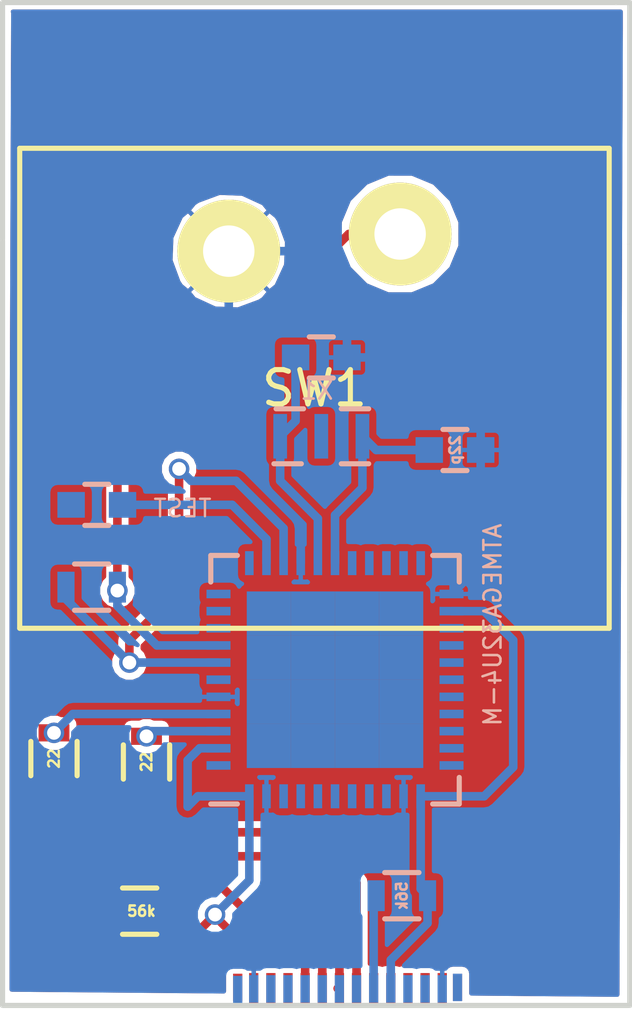
<source format=kicad_pcb>
(kicad_pcb (version 4) (host pcbnew 4.0.2-stable)

  (general
    (links 36)
    (no_connects 2)
    (area 147.524999 104.124999 166.075001 130.15)
    (thickness 1.6)
    (drawings 8)
    (tracks 100)
    (zones 0)
    (modules 12)
    (nets 54)
  )

  (page A4)
  (layers
    (0 F.Cu signal)
    (31 B.Cu signal)
    (32 B.Adhes user)
    (33 F.Adhes user)
    (34 B.Paste user)
    (35 F.Paste user)
    (36 B.SilkS user)
    (37 F.SilkS user)
    (38 B.Mask user)
    (39 F.Mask user)
    (40 Dwgs.User user)
    (41 Cmts.User user)
    (42 Eco1.User user)
    (43 Eco2.User user)
    (44 Edge.Cuts user)
    (45 Margin user)
    (46 B.CrtYd user)
    (47 F.CrtYd user)
    (48 B.Fab user)
    (49 F.Fab user)
  )

  (setup
    (last_trace_width 0.25)
    (trace_clearance 0.2)
    (zone_clearance 0.127)
    (zone_45_only no)
    (trace_min 0.2)
    (segment_width 0.2)
    (edge_width 0.15)
    (via_size 0.6)
    (via_drill 0.4)
    (via_min_size 0.4)
    (via_min_drill 0.3)
    (uvia_size 0.3)
    (uvia_drill 0.1)
    (uvias_allowed no)
    (uvia_min_size 0.2)
    (uvia_min_drill 0.1)
    (pcb_text_width 0.3)
    (pcb_text_size 1.5 1.5)
    (mod_edge_width 0.15)
    (mod_text_size 1 1)
    (mod_text_width 0.15)
    (pad_size 1.524 1.524)
    (pad_drill 0.762)
    (pad_to_mask_clearance 0.2)
    (aux_axis_origin 0 0)
    (visible_elements FFFFFF7F)
    (pcbplotparams
      (layerselection 0x00030_80000001)
      (usegerberextensions false)
      (excludeedgelayer true)
      (linewidth 0.100000)
      (plotframeref false)
      (viasonmask false)
      (mode 1)
      (useauxorigin false)
      (hpglpennumber 1)
      (hpglpenspeed 20)
      (hpglpendiameter 15)
      (hpglpenoverlay 2)
      (psnegative false)
      (psa4output false)
      (plotreference true)
      (plotvalue true)
      (plotinvisibletext false)
      (padsonsilk false)
      (subtractmaskfromsilk false)
      (outputformat 1)
      (mirror false)
      (drillshape 1)
      (scaleselection 1)
      (outputdirectory ""))
  )

  (net 0 "")
  (net 1 GND)
  (net 2 "Net-(C1-Pad2)")
  (net 3 "Net-(C2-Pad2)")
  (net 4 "Net-(R1-Pad1)")
  (net 5 /D+)
  (net 6 "Net-(R2-Pad1)")
  (net 7 /D-)
  (net 8 "Net-(R3-Pad1)")
  (net 9 /VCC)
  (net 10 "Net-(R4-Pad1)")
  (net 11 "Net-(R5-Pad1)")
  (net 12 "Net-(U1-Pad1)")
  (net 13 "Net-(U1-Pad6)")
  (net 14 "Net-(U1-Pad9)")
  (net 15 "Net-(U1-Pad10)")
  (net 16 "Net-(U1-Pad11)")
  (net 17 "Net-(U1-Pad12)")
  (net 18 "Net-(U1-Pad13)")
  (net 19 "Net-(U1-Pad18)")
  (net 20 "Net-(U1-Pad19)")
  (net 21 "Net-(U1-Pad20)")
  (net 22 "Net-(U1-Pad21)")
  (net 23 "Net-(U1-Pad22)")
  (net 24 "Net-(U1-Pad25)")
  (net 25 "Net-(U1-Pad26)")
  (net 26 "Net-(U1-Pad27)")
  (net 27 "Net-(U1-Pad28)")
  (net 28 "Net-(U1-Pad29)")
  (net 29 "Net-(U1-Pad30)")
  (net 30 "Net-(U1-Pad31)")
  (net 31 "Net-(U1-Pad32)")
  (net 32 "Net-(U1-Pad33)")
  (net 33 "Net-(U1-Pad36)")
  (net 34 "Net-(U1-Pad37)")
  (net 35 "Net-(U1-Pad38)")
  (net 36 "Net-(U1-Pad39)")
  (net 37 "Net-(U1-Pad40)")
  (net 38 "Net-(U1-Pad41)")
  (net 39 "Net-(U1-Pad42)")
  (net 40 "Net-(U2-PadA2)")
  (net 41 "Net-(U2-PadA3)")
  (net 42 "Net-(U2-PadA8)")
  (net 43 "Net-(U2-PadA10)")
  (net 44 "Net-(U2-PadA11)")
  (net 45 "Net-(U2-PadB2)")
  (net 46 "Net-(U2-PadB3)")
  (net 47 "Net-(U2-PadB6)")
  (net 48 "Net-(U2-PadB7)")
  (net 49 "Net-(U2-PadB8)")
  (net 50 "Net-(U2-PadB10)")
  (net 51 "Net-(U2-PadB11)")
  (net 52 "Net-(W1-Pad1)")
  (net 53 "Net-(X1-Pad2)")

  (net_class Default "This is the default net class."
    (clearance 0.2)
    (trace_width 0.25)
    (via_dia 0.6)
    (via_drill 0.4)
    (uvia_dia 0.3)
    (uvia_drill 0.1)
    (add_net /D+)
    (add_net /D-)
    (add_net /VCC)
    (add_net GND)
    (add_net "Net-(C1-Pad2)")
    (add_net "Net-(C2-Pad2)")
    (add_net "Net-(R1-Pad1)")
    (add_net "Net-(R2-Pad1)")
    (add_net "Net-(R3-Pad1)")
    (add_net "Net-(R4-Pad1)")
    (add_net "Net-(R5-Pad1)")
    (add_net "Net-(U1-Pad1)")
    (add_net "Net-(U1-Pad10)")
    (add_net "Net-(U1-Pad11)")
    (add_net "Net-(U1-Pad12)")
    (add_net "Net-(U1-Pad13)")
    (add_net "Net-(U1-Pad18)")
    (add_net "Net-(U1-Pad19)")
    (add_net "Net-(U1-Pad20)")
    (add_net "Net-(U1-Pad21)")
    (add_net "Net-(U1-Pad22)")
    (add_net "Net-(U1-Pad25)")
    (add_net "Net-(U1-Pad26)")
    (add_net "Net-(U1-Pad27)")
    (add_net "Net-(U1-Pad28)")
    (add_net "Net-(U1-Pad29)")
    (add_net "Net-(U1-Pad30)")
    (add_net "Net-(U1-Pad31)")
    (add_net "Net-(U1-Pad32)")
    (add_net "Net-(U1-Pad33)")
    (add_net "Net-(U1-Pad36)")
    (add_net "Net-(U1-Pad37)")
    (add_net "Net-(U1-Pad38)")
    (add_net "Net-(U1-Pad39)")
    (add_net "Net-(U1-Pad40)")
    (add_net "Net-(U1-Pad41)")
    (add_net "Net-(U1-Pad42)")
    (add_net "Net-(U1-Pad6)")
    (add_net "Net-(U1-Pad9)")
    (add_net "Net-(U2-PadA10)")
    (add_net "Net-(U2-PadA11)")
    (add_net "Net-(U2-PadA2)")
    (add_net "Net-(U2-PadA3)")
    (add_net "Net-(U2-PadA8)")
    (add_net "Net-(U2-PadB10)")
    (add_net "Net-(U2-PadB11)")
    (add_net "Net-(U2-PadB2)")
    (add_net "Net-(U2-PadB3)")
    (add_net "Net-(U2-PadB6)")
    (add_net "Net-(U2-PadB7)")
    (add_net "Net-(U2-PadB8)")
    (add_net "Net-(W1-Pad1)")
    (add_net "Net-(X1-Pad2)")
  )

  (module usb-type-c:12401548E4#2A-usb-c (layer F.Cu) (tedit 58104CFB) (tstamp 58104911)
    (at 157.8 129.7)
    (path /58103FAE)
    (fp_text reference U2 (at 0 -1.9685) (layer F.SilkS) hide
      (effects (font (size 1 1) (thickness 0.15)))
    )
    (fp_text value USB_TYPE_C (at 0 -7.366) (layer F.Fab) hide
      (effects (font (size 1 1) (thickness 0.15)))
    )
    (pad A1 smd rect (at -2.7715 -0.795) (size 0.27 0.9) (layers F.Cu F.Paste F.Mask)
      (net 1 GND))
    (pad A2 smd rect (at -2.2715 -0.795) (size 0.27 0.9) (layers F.Cu F.Paste F.Mask)
      (net 40 "Net-(U2-PadA2)"))
    (pad A3 smd rect (at -1.7715 -0.795) (size 0.27 0.9) (layers F.Cu F.Paste F.Mask)
      (net 41 "Net-(U2-PadA3)"))
    (pad A4 smd rect (at -1.2715 -0.795) (size 0.27 0.9) (layers F.Cu F.Paste F.Mask)
      (net 9 /VCC))
    (pad A5 smd rect (at -0.7715 -0.795) (size 0.27 0.9) (layers F.Cu F.Paste F.Mask)
      (net 10 "Net-(R4-Pad1)"))
    (pad A6 smd rect (at -0.2715 -0.795) (size 0.27 0.9) (layers F.Cu F.Paste F.Mask)
      (net 5 /D+))
    (pad A7 smd rect (at 0.2285 -0.795) (size 0.27 0.9) (layers F.Cu F.Paste F.Mask)
      (net 7 /D-))
    (pad A8 smd rect (at 0.7285 -0.795) (size 0.27 0.9) (layers F.Cu F.Paste F.Mask)
      (net 42 "Net-(U2-PadA8)"))
    (pad A9 smd rect (at 1.2285 -0.795) (size 0.27 0.9) (layers F.Cu F.Paste F.Mask)
      (net 9 /VCC))
    (pad A10 smd rect (at 1.7285 -0.795) (size 0.27 0.9) (layers F.Cu F.Paste F.Mask)
      (net 43 "Net-(U2-PadA10)"))
    (pad A11 smd rect (at 2.2285 -0.795) (size 0.27 0.9) (layers F.Cu F.Paste F.Mask)
      (net 44 "Net-(U2-PadA11)"))
    (pad A12 smd rect (at 2.7285 -0.795) (size 0.27 0.9) (layers F.Cu F.Paste F.Mask)
      (net 1 GND))
    (pad B1 smd rect (at 2.7275 -0.7825) (size 0.27 0.8) (layers B.Cu F.Paste F.Mask)
      (net 1 GND))
    (pad B2 smd rect (at 2.2275 -0.7825) (size 0.27 0.8) (layers B.Cu F.Paste F.Mask)
      (net 45 "Net-(U2-PadB2)"))
    (pad B3 smd rect (at 1.7275 -0.7825) (size 0.27 0.8) (layers B.Cu F.Paste F.Mask)
      (net 46 "Net-(U2-PadB3)"))
    (pad B4 smd rect (at 1.2275 -0.7825) (size 0.27 0.8) (layers B.Cu F.Paste F.Mask)
      (net 9 /VCC))
    (pad B5 smd rect (at 0.7275 -0.7825) (size 0.27 0.8) (layers B.Cu F.Paste F.Mask)
      (net 11 "Net-(R5-Pad1)"))
    (pad B6 smd rect (at 0.2275 -0.7825) (size 0.27 0.8) (layers B.Cu F.Paste F.Mask)
      (net 47 "Net-(U2-PadB6)"))
    (pad B7 smd rect (at -0.2725 -0.7825) (size 0.27 0.8) (layers B.Cu F.Paste F.Mask)
      (net 48 "Net-(U2-PadB7)"))
    (pad B8 smd rect (at -0.7725 -0.7825) (size 0.27 0.8) (layers B.Cu F.Paste F.Mask)
      (net 49 "Net-(U2-PadB8)"))
    (pad B9 smd rect (at -1.2725 -0.7825) (size 0.27 0.8) (layers B.Cu F.Paste F.Mask)
      (net 9 /VCC))
    (pad B10 smd rect (at -1.7725 -0.7825) (size 0.27 0.8) (layers B.Cu F.Paste F.Mask)
      (net 50 "Net-(U2-PadB10)"))
    (pad B11 smd rect (at -2.2725 -0.7825) (size 0.27 0.8) (layers B.Cu F.Paste F.Mask)
      (net 51 "Net-(U2-PadB11)"))
    (pad B12 smd rect (at -2.7725 -0.7825) (size 0.27 0.8) (layers B.Cu F.Paste F.Mask)
      (net 1 GND))
    (pad "" smd rect (at -3.2385 -0.8255) (size 0.27 0.8) (layers F.Cu F.Paste F.Mask))
    (pad "" smd rect (at 3.175 -0.8255) (size 0.27 0.8) (layers F.Cu F.Paste F.Mask))
    (pad "" smd rect (at 3.175 -0.8255) (size 0.27 0.8) (layers B.Cu F.Paste F.Mask))
    (pad "" smd rect (at -3.2385 -0.762) (size 0.27 0.8) (layers B.Cu F.Paste F.Mask))
  )

  (module Capacitors_SMD:C_0603 (layer B.Cu) (tedit 58104BC4) (tstamp 58104887)
    (at 160.9 113.2 180)
    (descr "Capacitor SMD 0603, reflow soldering, AVX (see smccp.pdf)")
    (tags "capacitor 0603")
    (path /58103299)
    (attr smd)
    (fp_text reference C1 (at 0 1.9 180) (layer B.SilkS) hide
      (effects (font (size 1 1) (thickness 0.15)) (justify mirror))
    )
    (fp_text value 22p (at 0 0 270) (layer B.SilkS)
      (effects (font (size 0.3 0.3) (thickness 0.075)) (justify mirror))
    )
    (fp_line (start -1.45 0.75) (end 1.45 0.75) (layer B.CrtYd) (width 0.05))
    (fp_line (start -1.45 -0.75) (end 1.45 -0.75) (layer B.CrtYd) (width 0.05))
    (fp_line (start -1.45 0.75) (end -1.45 -0.75) (layer B.CrtYd) (width 0.05))
    (fp_line (start 1.45 0.75) (end 1.45 -0.75) (layer B.CrtYd) (width 0.05))
    (fp_line (start -0.35 0.6) (end 0.35 0.6) (layer B.SilkS) (width 0.15))
    (fp_line (start 0.35 -0.6) (end -0.35 -0.6) (layer B.SilkS) (width 0.15))
    (pad 1 smd rect (at -0.75 0 180) (size 0.8 0.75) (layers B.Cu B.Paste B.Mask)
      (net 1 GND))
    (pad 2 smd rect (at 0.75 0 180) (size 0.8 0.75) (layers B.Cu B.Paste B.Mask)
      (net 2 "Net-(C1-Pad2)"))
    (model Capacitors_SMD.3dshapes/C_0603.wrl
      (at (xyz 0 0 0))
      (scale (xyz 1 1 1))
      (rotate (xyz 0 0 0))
    )
  )

  (module Capacitors_SMD:C_0603 (layer B.Cu) (tedit 58104B43) (tstamp 5810488D)
    (at 157 110.5 180)
    (descr "Capacitor SMD 0603, reflow soldering, AVX (see smccp.pdf)")
    (tags "capacitor 0603")
    (path /581031EC)
    (attr smd)
    (fp_text reference C2 (at 0 1.9 180) (layer B.SilkS) hide
      (effects (font (size 1 1) (thickness 0.15)) (justify mirror))
    )
    (fp_text value 22p (at 0 0 270) (layer B.Fab)
      (effects (font (size 0.3 0.3) (thickness 0.075)) (justify mirror))
    )
    (fp_line (start -1.45 0.75) (end 1.45 0.75) (layer B.CrtYd) (width 0.05))
    (fp_line (start -1.45 -0.75) (end 1.45 -0.75) (layer B.CrtYd) (width 0.05))
    (fp_line (start -1.45 0.75) (end -1.45 -0.75) (layer B.CrtYd) (width 0.05))
    (fp_line (start 1.45 0.75) (end 1.45 -0.75) (layer B.CrtYd) (width 0.05))
    (fp_line (start -0.35 0.6) (end 0.35 0.6) (layer B.SilkS) (width 0.15))
    (fp_line (start 0.35 -0.6) (end -0.35 -0.6) (layer B.SilkS) (width 0.15))
    (pad 1 smd rect (at -0.75 0 180) (size 0.8 0.75) (layers B.Cu B.Paste B.Mask)
      (net 1 GND))
    (pad 2 smd rect (at 0.75 0 180) (size 0.8 0.75) (layers B.Cu B.Paste B.Mask)
      (net 3 "Net-(C2-Pad2)"))
    (model Capacitors_SMD.3dshapes/C_0603.wrl
      (at (xyz 0 0 0))
      (scale (xyz 1 1 1))
      (rotate (xyz 0 0 0))
    )
  )

  (module Resistors_SMD:R_0603 (layer F.Cu) (tedit 58104CB5) (tstamp 58104893)
    (at 149.2 122.2 270)
    (descr "Resistor SMD 0603, reflow soldering, Vishay (see dcrcw.pdf)")
    (tags "resistor 0603")
    (path /580FFD38)
    (attr smd)
    (fp_text reference R1 (at 0 -1.9 270) (layer F.SilkS) hide
      (effects (font (size 1 1) (thickness 0.15)))
    )
    (fp_text value 22 (at 0 0 270) (layer F.SilkS)
      (effects (font (size 0.31 0.3) (thickness 0.07)))
    )
    (fp_line (start -1.3 -0.8) (end 1.3 -0.8) (layer F.CrtYd) (width 0.05))
    (fp_line (start -1.3 0.8) (end 1.3 0.8) (layer F.CrtYd) (width 0.05))
    (fp_line (start -1.3 -0.8) (end -1.3 0.8) (layer F.CrtYd) (width 0.05))
    (fp_line (start 1.3 -0.8) (end 1.3 0.8) (layer F.CrtYd) (width 0.05))
    (fp_line (start 0.5 0.675) (end -0.5 0.675) (layer F.SilkS) (width 0.15))
    (fp_line (start -0.5 -0.675) (end 0.5 -0.675) (layer F.SilkS) (width 0.15))
    (pad 1 smd rect (at -0.75 0 270) (size 0.5 0.9) (layers F.Cu F.Paste F.Mask)
      (net 4 "Net-(R1-Pad1)"))
    (pad 2 smd rect (at 0.75 0 270) (size 0.5 0.9) (layers F.Cu F.Paste F.Mask)
      (net 5 /D+))
    (model Resistors_SMD.3dshapes/R_0603.wrl
      (at (xyz 0 0 0))
      (scale (xyz 1 1 1))
      (rotate (xyz 0 0 0))
    )
  )

  (module Resistors_SMD:R_0603 (layer F.Cu) (tedit 58104CAC) (tstamp 58104899)
    (at 151.9 122.3 270)
    (descr "Resistor SMD 0603, reflow soldering, Vishay (see dcrcw.pdf)")
    (tags "resistor 0603")
    (path /58100977)
    (attr smd)
    (fp_text reference R2 (at 0 -1.9 270) (layer F.SilkS) hide
      (effects (font (size 1 1) (thickness 0.15)))
    )
    (fp_text value 22 (at 0 0 270) (layer F.SilkS)
      (effects (font (size 0.31 0.3) (thickness 0.075)))
    )
    (fp_line (start -1.3 -0.8) (end 1.3 -0.8) (layer F.CrtYd) (width 0.05))
    (fp_line (start -1.3 0.8) (end 1.3 0.8) (layer F.CrtYd) (width 0.05))
    (fp_line (start -1.3 -0.8) (end -1.3 0.8) (layer F.CrtYd) (width 0.05))
    (fp_line (start 1.3 -0.8) (end 1.3 0.8) (layer F.CrtYd) (width 0.05))
    (fp_line (start 0.5 0.675) (end -0.5 0.675) (layer F.SilkS) (width 0.15))
    (fp_line (start -0.5 -0.675) (end 0.5 -0.675) (layer F.SilkS) (width 0.15))
    (pad 1 smd rect (at -0.75 0 270) (size 0.5 0.9) (layers F.Cu F.Paste F.Mask)
      (net 6 "Net-(R2-Pad1)"))
    (pad 2 smd rect (at 0.75 0 270) (size 0.5 0.9) (layers F.Cu F.Paste F.Mask)
      (net 7 /D-))
    (model Resistors_SMD.3dshapes/R_0603.wrl
      (at (xyz 0 0 0))
      (scale (xyz 1 1 1))
      (rotate (xyz 0 0 0))
    )
  )

  (module Resistors_SMD:R_0603 (layer B.Cu) (tedit 58104C3A) (tstamp 5810489F)
    (at 150.3 117.2 180)
    (descr "Resistor SMD 0603, reflow soldering, Vishay (see dcrcw.pdf)")
    (tags "resistor 0603")
    (path /58103A96)
    (attr smd)
    (fp_text reference R3 (at 0 1.9 180) (layer B.SilkS) hide
      (effects (font (size 1 1) (thickness 0.15)) (justify mirror))
    )
    (fp_text value 10m (at 0 0 270) (layer B.Fab)
      (effects (font (size 0.3 0.3) (thickness 0.07)) (justify mirror))
    )
    (fp_line (start -1.3 0.8) (end 1.3 0.8) (layer B.CrtYd) (width 0.05))
    (fp_line (start -1.3 -0.8) (end 1.3 -0.8) (layer B.CrtYd) (width 0.05))
    (fp_line (start -1.3 0.8) (end -1.3 -0.8) (layer B.CrtYd) (width 0.05))
    (fp_line (start 1.3 0.8) (end 1.3 -0.8) (layer B.CrtYd) (width 0.05))
    (fp_line (start 0.5 -0.675) (end -0.5 -0.675) (layer B.SilkS) (width 0.15))
    (fp_line (start -0.5 0.675) (end 0.5 0.675) (layer B.SilkS) (width 0.15))
    (pad 1 smd rect (at -0.75 0 180) (size 0.5 0.9) (layers B.Cu B.Paste B.Mask)
      (net 8 "Net-(R3-Pad1)"))
    (pad 2 smd rect (at 0.75 0 180) (size 0.5 0.9) (layers B.Cu B.Paste B.Mask)
      (net 9 /VCC))
    (model Resistors_SMD.3dshapes/R_0603.wrl
      (at (xyz 0 0 0))
      (scale (xyz 1 1 1))
      (rotate (xyz 0 0 0))
    )
  )

  (module Resistors_SMD:R_0603 (layer F.Cu) (tedit 5810FFF0) (tstamp 581048A5)
    (at 151.7 126.65 180)
    (descr "Resistor SMD 0603, reflow soldering, Vishay (see dcrcw.pdf)")
    (tags "resistor 0603")
    (path /581048DF)
    (attr smd)
    (fp_text reference R4 (at 0 -1.9 180) (layer F.SilkS) hide
      (effects (font (size 1 1) (thickness 0.15)))
    )
    (fp_text value 56k (at -0.05 0 180) (layer F.SilkS)
      (effects (font (size 0.3 0.3) (thickness 0.075)))
    )
    (fp_line (start -1.3 -0.8) (end 1.3 -0.8) (layer F.CrtYd) (width 0.05))
    (fp_line (start -1.3 0.8) (end 1.3 0.8) (layer F.CrtYd) (width 0.05))
    (fp_line (start -1.3 -0.8) (end -1.3 0.8) (layer F.CrtYd) (width 0.05))
    (fp_line (start 1.3 -0.8) (end 1.3 0.8) (layer F.CrtYd) (width 0.05))
    (fp_line (start 0.5 0.675) (end -0.5 0.675) (layer F.SilkS) (width 0.15))
    (fp_line (start -0.5 -0.675) (end 0.5 -0.675) (layer F.SilkS) (width 0.15))
    (pad 1 smd rect (at -0.75 0 180) (size 0.5 0.9) (layers F.Cu F.Paste F.Mask)
      (net 10 "Net-(R4-Pad1)"))
    (pad 2 smd rect (at 0.75 0 180) (size 0.5 0.9) (layers F.Cu F.Paste F.Mask)
      (net 9 /VCC))
    (model Resistors_SMD.3dshapes/R_0603.wrl
      (at (xyz 0 0 0))
      (scale (xyz 1 1 1))
      (rotate (xyz 0 0 0))
    )
  )

  (module Resistors_SMD:R_0603 (layer B.Cu) (tedit 58104D20) (tstamp 581048AB)
    (at 159.35 126.2)
    (descr "Resistor SMD 0603, reflow soldering, Vishay (see dcrcw.pdf)")
    (tags "resistor 0603")
    (path /58104A0E)
    (attr smd)
    (fp_text reference R5 (at 0 1.9) (layer B.SilkS) hide
      (effects (font (size 1 1) (thickness 0.15)) (justify mirror))
    )
    (fp_text value 56k (at 0 0 90) (layer B.SilkS)
      (effects (font (size 0.31 0.3) (thickness 0.075)) (justify mirror))
    )
    (fp_line (start -1.3 0.8) (end 1.3 0.8) (layer B.CrtYd) (width 0.05))
    (fp_line (start -1.3 -0.8) (end 1.3 -0.8) (layer B.CrtYd) (width 0.05))
    (fp_line (start -1.3 0.8) (end -1.3 -0.8) (layer B.CrtYd) (width 0.05))
    (fp_line (start 1.3 0.8) (end 1.3 -0.8) (layer B.CrtYd) (width 0.05))
    (fp_line (start 0.5 -0.675) (end -0.5 -0.675) (layer B.SilkS) (width 0.15))
    (fp_line (start -0.5 0.675) (end 0.5 0.675) (layer B.SilkS) (width 0.15))
    (pad 1 smd rect (at -0.75 0) (size 0.5 0.9) (layers B.Cu B.Paste B.Mask)
      (net 11 "Net-(R5-Pad1)"))
    (pad 2 smd rect (at 0.75 0) (size 0.5 0.9) (layers B.Cu B.Paste B.Mask)
      (net 9 /VCC))
    (model Resistors_SMD.3dshapes/R_0603.wrl
      (at (xyz 0 0 0))
      (scale (xyz 1 1 1))
      (rotate (xyz 0 0 0))
    )
  )

  (module Buttons_Switches_ThroughHole:SW_Matias_Quiet (layer F.Cu) (tedit 545FEB3B) (tstamp 581048B1)
    (at 154.3 107.4)
    (descr http://matias.ca/switches/quiet/)
    (tags "Matias, quiet, keyboard, key, switch")
    (path /580FFB63)
    (fp_text reference SW1 (at 2.5 4) (layer F.SilkS)
      (effects (font (size 1 1) (thickness 0.15)))
    )
    (fp_text value SPST (at 2.5 6.54) (layer F.Fab)
      (effects (font (size 1 1) (thickness 0.15)))
    )
    (fp_line (start -6.1 -3) (end 11.1 -3) (layer F.SilkS) (width 0.15))
    (fp_line (start 11.1 -3) (end 11.1 11) (layer F.SilkS) (width 0.15))
    (fp_line (start 11.1 11) (end -6.1 11) (layer F.SilkS) (width 0.15))
    (fp_line (start -6.1 11) (end -6.1 -3) (layer F.SilkS) (width 0.15))
    (pad 1 thru_hole circle (at 0 0) (size 3 3) (drill 1.5) (layers *.Cu *.Mask F.SilkS)
      (net 1 GND))
    (pad 2 thru_hole circle (at 5 -0.5) (size 3 3) (drill 1.5) (layers *.Cu *.Mask F.SilkS)
      (net 8 "Net-(R3-Pad1)"))
  )

  (module Housings_DFN_QFN:QFN-44-1EP_7x7mm_Pitch0.5mm (layer B.Cu) (tedit 58104CE2) (tstamp 581048F1)
    (at 157.4 119.9)
    (descr "UK Package; 44-Lead Plastic QFN (7mm x 7mm); (see Linear Technology QFN_44_05-08-1763.pdf)")
    (tags "QFN 0.5")
    (path /58100B96)
    (attr smd)
    (fp_text reference U1 (at 0 4.75) (layer B.SilkS) hide
      (effects (font (size 1 1) (thickness 0.15)) (justify mirror))
    )
    (fp_text value ATMEGA32U4-M (at 4.6 -1.6 90) (layer B.SilkS)
      (effects (font (size 0.5 0.5) (thickness 0.075)) (justify mirror))
    )
    (fp_line (start -4 4) (end -4 -4) (layer B.CrtYd) (width 0.05))
    (fp_line (start 4 4) (end 4 -4) (layer B.CrtYd) (width 0.05))
    (fp_line (start -4 4) (end 4 4) (layer B.CrtYd) (width 0.05))
    (fp_line (start -4 -4) (end 4 -4) (layer B.CrtYd) (width 0.05))
    (fp_line (start 3.625 3.625) (end 3.625 2.85) (layer B.SilkS) (width 0.15))
    (fp_line (start -3.625 -3.625) (end -3.625 -2.85) (layer B.SilkS) (width 0.15))
    (fp_line (start 3.625 -3.625) (end 3.625 -2.85) (layer B.SilkS) (width 0.15))
    (fp_line (start -3.625 3.625) (end -2.85 3.625) (layer B.SilkS) (width 0.15))
    (fp_line (start -3.625 -3.625) (end -2.85 -3.625) (layer B.SilkS) (width 0.15))
    (fp_line (start 3.625 -3.625) (end 2.85 -3.625) (layer B.SilkS) (width 0.15))
    (fp_line (start 3.625 3.625) (end 2.85 3.625) (layer B.SilkS) (width 0.15))
    (pad 1 smd rect (at -3.4 2.5) (size 0.7 0.25) (layers B.Cu B.Paste B.Mask)
      (net 12 "Net-(U1-Pad1)"))
    (pad 2 smd rect (at -3.4 2) (size 0.7 0.25) (layers B.Cu B.Paste B.Mask)
      (net 9 /VCC))
    (pad 3 smd rect (at -3.4 1.5) (size 0.7 0.25) (layers B.Cu B.Paste B.Mask)
      (net 6 "Net-(R2-Pad1)"))
    (pad 4 smd rect (at -3.4 1) (size 0.7 0.25) (layers B.Cu B.Paste B.Mask)
      (net 4 "Net-(R1-Pad1)"))
    (pad 5 smd rect (at -3.4 0.5) (size 0.7 0.25) (layers B.Cu B.Paste B.Mask)
      (net 1 GND))
    (pad 6 smd rect (at -3.4 0) (size 0.7 0.25) (layers B.Cu B.Paste B.Mask)
      (net 13 "Net-(U1-Pad6)"))
    (pad 7 smd rect (at -3.4 -0.5) (size 0.7 0.25) (layers B.Cu B.Paste B.Mask)
      (net 9 /VCC))
    (pad 8 smd rect (at -3.4 -1) (size 0.7 0.25) (layers B.Cu B.Paste B.Mask)
      (net 8 "Net-(R3-Pad1)"))
    (pad 9 smd rect (at -3.4 -1.5) (size 0.7 0.25) (layers B.Cu B.Paste B.Mask)
      (net 14 "Net-(U1-Pad9)"))
    (pad 10 smd rect (at -3.4 -2) (size 0.7 0.25) (layers B.Cu B.Paste B.Mask)
      (net 15 "Net-(U1-Pad10)"))
    (pad 11 smd rect (at -3.4 -2.5) (size 0.7 0.25) (layers B.Cu B.Paste B.Mask)
      (net 16 "Net-(U1-Pad11)"))
    (pad 12 smd rect (at -2.5 -3.4 270) (size 0.7 0.25) (layers B.Cu B.Paste B.Mask)
      (net 17 "Net-(U1-Pad12)"))
    (pad 13 smd rect (at -2 -3.4 270) (size 0.7 0.25) (layers B.Cu B.Paste B.Mask)
      (net 18 "Net-(U1-Pad13)"))
    (pad 14 smd rect (at -1.5 -3.4 270) (size 0.7 0.25) (layers B.Cu B.Paste B.Mask)
      (net 9 /VCC))
    (pad 15 smd rect (at -1 -3.4 270) (size 0.7 0.25) (layers B.Cu B.Paste B.Mask)
      (net 1 GND))
    (pad 16 smd rect (at -0.5 -3.4 270) (size 0.7 0.25) (layers B.Cu B.Paste B.Mask)
      (net 3 "Net-(C2-Pad2)"))
    (pad 17 smd rect (at 0 -3.4 270) (size 0.7 0.25) (layers B.Cu B.Paste B.Mask)
      (net 2 "Net-(C1-Pad2)"))
    (pad 18 smd rect (at 0.5 -3.4 270) (size 0.7 0.25) (layers B.Cu B.Paste B.Mask)
      (net 19 "Net-(U1-Pad18)"))
    (pad 19 smd rect (at 1 -3.4 270) (size 0.7 0.25) (layers B.Cu B.Paste B.Mask)
      (net 20 "Net-(U1-Pad19)"))
    (pad 20 smd rect (at 1.5 -3.4 270) (size 0.7 0.25) (layers B.Cu B.Paste B.Mask)
      (net 21 "Net-(U1-Pad20)"))
    (pad 21 smd rect (at 2 -3.4 270) (size 0.7 0.25) (layers B.Cu B.Paste B.Mask)
      (net 22 "Net-(U1-Pad21)"))
    (pad 22 smd rect (at 2.5 -3.4 270) (size 0.7 0.25) (layers B.Cu B.Paste B.Mask)
      (net 23 "Net-(U1-Pad22)"))
    (pad 23 smd rect (at 3.4 -2.5) (size 0.7 0.25) (layers B.Cu B.Paste B.Mask)
      (net 1 GND))
    (pad 24 smd rect (at 3.4 -2) (size 0.7 0.25) (layers B.Cu B.Paste B.Mask)
      (net 9 /VCC))
    (pad 25 smd rect (at 3.4 -1.5) (size 0.7 0.25) (layers B.Cu B.Paste B.Mask)
      (net 24 "Net-(U1-Pad25)"))
    (pad 26 smd rect (at 3.4 -1) (size 0.7 0.25) (layers B.Cu B.Paste B.Mask)
      (net 25 "Net-(U1-Pad26)"))
    (pad 27 smd rect (at 3.4 -0.5) (size 0.7 0.25) (layers B.Cu B.Paste B.Mask)
      (net 26 "Net-(U1-Pad27)"))
    (pad 28 smd rect (at 3.4 0) (size 0.7 0.25) (layers B.Cu B.Paste B.Mask)
      (net 27 "Net-(U1-Pad28)"))
    (pad 29 smd rect (at 3.4 0.5) (size 0.7 0.25) (layers B.Cu B.Paste B.Mask)
      (net 28 "Net-(U1-Pad29)"))
    (pad 30 smd rect (at 3.4 1) (size 0.7 0.25) (layers B.Cu B.Paste B.Mask)
      (net 29 "Net-(U1-Pad30)"))
    (pad 31 smd rect (at 3.4 1.5) (size 0.7 0.25) (layers B.Cu B.Paste B.Mask)
      (net 30 "Net-(U1-Pad31)"))
    (pad 32 smd rect (at 3.4 2) (size 0.7 0.25) (layers B.Cu B.Paste B.Mask)
      (net 31 "Net-(U1-Pad32)"))
    (pad 33 smd rect (at 3.4 2.5) (size 0.7 0.25) (layers B.Cu B.Paste B.Mask)
      (net 32 "Net-(U1-Pad33)"))
    (pad 34 smd rect (at 2.5 3.4 270) (size 0.7 0.25) (layers B.Cu B.Paste B.Mask)
      (net 9 /VCC))
    (pad 35 smd rect (at 2 3.4 270) (size 0.7 0.25) (layers B.Cu B.Paste B.Mask)
      (net 1 GND))
    (pad 36 smd rect (at 1.5 3.4 270) (size 0.7 0.25) (layers B.Cu B.Paste B.Mask)
      (net 33 "Net-(U1-Pad36)"))
    (pad 37 smd rect (at 1 3.4 270) (size 0.7 0.25) (layers B.Cu B.Paste B.Mask)
      (net 34 "Net-(U1-Pad37)"))
    (pad 38 smd rect (at 0.5 3.4 270) (size 0.7 0.25) (layers B.Cu B.Paste B.Mask)
      (net 35 "Net-(U1-Pad38)"))
    (pad 39 smd rect (at 0 3.4 270) (size 0.7 0.25) (layers B.Cu B.Paste B.Mask)
      (net 36 "Net-(U1-Pad39)"))
    (pad 40 smd rect (at -0.5 3.4 270) (size 0.7 0.25) (layers B.Cu B.Paste B.Mask)
      (net 37 "Net-(U1-Pad40)"))
    (pad 41 smd rect (at -1 3.4 270) (size 0.7 0.25) (layers B.Cu B.Paste B.Mask)
      (net 38 "Net-(U1-Pad41)"))
    (pad 42 smd rect (at -1.5 3.4 270) (size 0.7 0.25) (layers B.Cu B.Paste B.Mask)
      (net 39 "Net-(U1-Pad42)"))
    (pad 43 smd rect (at -2 3.4 270) (size 0.7 0.25) (layers B.Cu B.Paste B.Mask)
      (net 1 GND))
    (pad 44 smd rect (at -2.5 3.4 270) (size 0.7 0.25) (layers B.Cu B.Paste B.Mask)
      (net 9 /VCC))
    (pad 45 smd rect (at 1.93125 -1.93125) (size 1.2875 1.2875) (layers B.Cu B.Paste B.Mask)
      (solder_paste_margin_ratio -0.2))
    (pad 45 smd rect (at 1.93125 -0.64375) (size 1.2875 1.2875) (layers B.Cu B.Paste B.Mask)
      (solder_paste_margin_ratio -0.2))
    (pad 45 smd rect (at 1.93125 0.64375) (size 1.2875 1.2875) (layers B.Cu B.Paste B.Mask)
      (solder_paste_margin_ratio -0.2))
    (pad 45 smd rect (at 1.93125 1.93125) (size 1.2875 1.2875) (layers B.Cu B.Paste B.Mask)
      (solder_paste_margin_ratio -0.2))
    (pad 45 smd rect (at 0.64375 -1.93125) (size 1.2875 1.2875) (layers B.Cu B.Paste B.Mask)
      (solder_paste_margin_ratio -0.2))
    (pad 45 smd rect (at 0.64375 -0.64375) (size 1.2875 1.2875) (layers B.Cu B.Paste B.Mask)
      (solder_paste_margin_ratio -0.2))
    (pad 45 smd rect (at 0.64375 0.64375) (size 1.2875 1.2875) (layers B.Cu B.Paste B.Mask)
      (solder_paste_margin_ratio -0.2))
    (pad 45 smd rect (at 0.64375 1.93125) (size 1.2875 1.2875) (layers B.Cu B.Paste B.Mask)
      (solder_paste_margin_ratio -0.2))
    (pad 45 smd rect (at -0.64375 -1.93125) (size 1.2875 1.2875) (layers B.Cu B.Paste B.Mask)
      (solder_paste_margin_ratio -0.2))
    (pad 45 smd rect (at -0.64375 -0.64375) (size 1.2875 1.2875) (layers B.Cu B.Paste B.Mask)
      (solder_paste_margin_ratio -0.2))
    (pad 45 smd rect (at -0.64375 0.64375) (size 1.2875 1.2875) (layers B.Cu B.Paste B.Mask)
      (solder_paste_margin_ratio -0.2))
    (pad 45 smd rect (at -0.64375 1.93125) (size 1.2875 1.2875) (layers B.Cu B.Paste B.Mask)
      (solder_paste_margin_ratio -0.2))
    (pad 45 smd rect (at -1.93125 -1.93125) (size 1.2875 1.2875) (layers B.Cu B.Paste B.Mask)
      (solder_paste_margin_ratio -0.2))
    (pad 45 smd rect (at -1.93125 -0.64375) (size 1.2875 1.2875) (layers B.Cu B.Paste B.Mask)
      (solder_paste_margin_ratio -0.2))
    (pad 45 smd rect (at -1.93125 0.64375) (size 1.2875 1.2875) (layers B.Cu B.Paste B.Mask)
      (solder_paste_margin_ratio -0.2))
    (pad 45 smd rect (at -1.93125 1.93125) (size 1.2875 1.2875) (layers B.Cu B.Paste B.Mask)
      (solder_paste_margin_ratio -0.2))
    (model Housings_DFN_QFN.3dshapes/QFN-44-1EP_7x7mm_Pitch0.5mm.wrl
      (at (xyz 0 0 0))
      (scale (xyz 1 1 1))
      (rotate (xyz 0 0 0))
    )
  )

  (module Capacitors_SMD:C_0603 (layer B.Cu) (tedit 58104C20) (tstamp 58104917)
    (at 150.45 114.8)
    (descr "Capacitor SMD 0603, reflow soldering, AVX (see smccp.pdf)")
    (tags "capacitor 0603")
    (path /58103A0E)
    (attr smd)
    (fp_text reference W1 (at 0 1.9) (layer B.SilkS) hide
      (effects (font (size 1 1) (thickness 0.15)) (justify mirror))
    )
    (fp_text value TEST (at 2.5 0.1) (layer B.SilkS)
      (effects (font (size 0.51 0.5) (thickness 0.07)) (justify mirror))
    )
    (fp_line (start -1.45 0.75) (end 1.45 0.75) (layer B.CrtYd) (width 0.05))
    (fp_line (start -1.45 -0.75) (end 1.45 -0.75) (layer B.CrtYd) (width 0.05))
    (fp_line (start -1.45 0.75) (end -1.45 -0.75) (layer B.CrtYd) (width 0.05))
    (fp_line (start 1.45 0.75) (end 1.45 -0.75) (layer B.CrtYd) (width 0.05))
    (fp_line (start -0.35 0.6) (end 0.35 0.6) (layer B.SilkS) (width 0.15))
    (fp_line (start 0.35 -0.6) (end -0.35 -0.6) (layer B.SilkS) (width 0.15))
    (pad 1 smd rect (at -0.75 0) (size 0.8 0.75) (layers B.Cu B.Paste B.Mask)
      (net 52 "Net-(W1-Pad1)"))
    (pad 2 smd rect (at 0.75 0) (size 0.8 0.75) (layers B.Cu B.Paste B.Mask)
      (net 18 "Net-(U1-Pad13)"))
    (model Capacitors_SMD.3dshapes/C_0603.wrl
      (at (xyz 0 0 0))
      (scale (xyz 1 1 1))
      (rotate (xyz 0 0 0))
    )
  )

  (module Crystals:Res_kyocera (layer B.Cu) (tedit 581037EA) (tstamp 5810491E)
    (at 157 112.8 180)
    (descr "Murata CSTCC8M00G53-R0; 8MHz resonator, SMD, 0.5+0.3%; Farnell (Element 14) #1170435")
    (tags resonator)
    (path /581038AE)
    (attr smd)
    (fp_text reference X1 (at 0.127 1.3335 180) (layer B.SilkS)
      (effects (font (size 0.51 0.5) (thickness 0.075)) (justify mirror))
    )
    (fp_text value XTAL (at 0 -1.143 180) (layer B.Fab)
      (effects (font (size 0.31 0.3) (thickness 0.075)) (justify mirror))
    )
    (fp_line (start -0.5825 0.8015) (end -1.3825 0.8015) (layer B.SilkS) (width 0.15))
    (fp_line (start 1.319 0.8015) (end 0.519 0.8015) (layer B.SilkS) (width 0.15))
    (fp_line (start 0.5825 -0.8015) (end 1.3825 -0.8015) (layer B.SilkS) (width 0.15))
    (fp_line (start -1.3825 -0.8015) (end -0.5825 -0.8015) (layer B.SilkS) (width 0.15))
    (pad 1 smd rect (at -1.2 0 180) (size 0.4 1.3) (layers B.Cu B.Paste B.Mask)
      (net 2 "Net-(C1-Pad2)"))
    (pad 2 smd rect (at 0 0 180) (size 0.4 1.3) (layers B.Cu B.Paste B.Mask)
      (net 53 "Net-(X1-Pad2)"))
    (pad 3 smd rect (at 1.2 0 180) (size 0.4 1.3) (layers B.Cu B.Paste B.Mask)
      (net 3 "Net-(C2-Pad2)"))
  )

  (gr_line (start 166 100.15) (end 166 107.2) (angle 90) (layer Edge.Cuts) (width 0.15))
  (gr_line (start 165.6 100.15) (end 166 100.15) (angle 90) (layer Edge.Cuts) (width 0.15))
  (gr_line (start 147.7 100.15) (end 165.6 100.15) (angle 90) (layer Edge.Cuts) (width 0.15))
  (gr_line (start 147.7 107.05) (end 147.7 100.2) (angle 90) (layer Edge.Cuts) (width 0.15))
  (gr_line (start 147.7 129.4) (end 147.7 107.1) (angle 90) (layer Edge.Cuts) (width 0.15))
  (gr_line (start 166 129.4) (end 147.7 129.4) (angle 90) (layer Edge.Cuts) (width 0.15))
  (gr_line (start 166 119.1) (end 166 129.4) (angle 90) (layer Edge.Cuts) (width 0.15))
  (gr_line (start 166 107.2) (end 166 119.1) (angle 90) (layer Edge.Cuts) (width 0.15))

  (segment (start 156.4 116.5) (end 156.4 115.35) (width 0.25) (layer B.Cu) (net 1))
  (segment (start 154.3 113.25) (end 154.3 107.4) (width 0.25) (layer B.Cu) (net 1) (tstamp 5810FCD2))
  (segment (start 156.4 115.35) (end 154.3 113.25) (width 0.25) (layer B.Cu) (net 1) (tstamp 5810FCCE))
  (segment (start 157.75 110.5) (end 157.75 108.95) (width 0.25) (layer B.Cu) (net 1))
  (segment (start 156.2 107.4) (end 154.3 107.4) (width 0.25) (layer B.Cu) (net 1) (tstamp 58104F26))
  (segment (start 157.75 108.95) (end 156.2 107.4) (width 0.25) (layer B.Cu) (net 1) (tstamp 58104F22))
  (segment (start 161.65 113.2) (end 161.65 116.55) (width 0.25) (layer B.Cu) (net 1))
  (segment (start 161.65 116.55) (end 160.8 117.4) (width 0.25) (layer B.Cu) (net 1) (tstamp 58104E88))
  (segment (start 157.75 110.5) (end 161.2 110.5) (width 0.25) (layer B.Cu) (net 1))
  (segment (start 161.65 110.95) (end 161.65 113.2) (width 0.25) (layer B.Cu) (net 1) (tstamp 58104E47))
  (segment (start 161.2 110.5) (end 161.65 110.95) (width 0.25) (layer B.Cu) (net 1) (tstamp 58104E46))
  (segment (start 154.3 107.4) (end 154.65 107.4) (width 0.25) (layer B.Cu) (net 1))
  (segment (start 158.2 112.8) (end 158.2 114.3) (width 0.25) (layer B.Cu) (net 2))
  (segment (start 157.4 115.1) (end 157.4 116.5) (width 0.25) (layer B.Cu) (net 2) (tstamp 58104E51))
  (segment (start 158.2 114.3) (end 157.4 115.1) (width 0.25) (layer B.Cu) (net 2) (tstamp 58104E50))
  (segment (start 160.15 113.2) (end 158.6 113.2) (width 0.25) (layer B.Cu) (net 2))
  (segment (start 158.6 113.2) (end 158.2 112.8) (width 0.25) (layer B.Cu) (net 2) (tstamp 58104E4A))
  (segment (start 155.8 112.8) (end 155.8 114.1) (width 0.25) (layer B.Cu) (net 3))
  (segment (start 156.9 115.2) (end 156.9 116.5) (width 0.25) (layer B.Cu) (net 3) (tstamp 58104E56))
  (segment (start 155.8 114.1) (end 156.9 115.2) (width 0.25) (layer B.Cu) (net 3) (tstamp 58104E54))
  (segment (start 156.25 110.5) (end 156.25 112.35) (width 0.25) (layer B.Cu) (net 3))
  (segment (start 156.25 112.35) (end 155.8 112.8) (width 0.25) (layer B.Cu) (net 3) (tstamp 58104E4D))
  (segment (start 154 120.9) (end 149.75 120.9) (width 0.25) (layer B.Cu) (net 4))
  (via (at 149.2 121.45) (size 0.6) (drill 0.4) (layers F.Cu B.Cu) (net 4))
  (segment (start 149.75 120.9) (end 149.2 121.45) (width 0.25) (layer B.Cu) (net 4) (tstamp 5810E3B5))
  (segment (start 149.2 122.95) (end 149.2 123.75) (width 0.25) (layer F.Cu) (net 5))
  (segment (start 157.5285 126.2285) (end 157.5285 128.855002) (width 0.25) (layer F.Cu) (net 5) (tstamp 5810E7A3))
  (segment (start 156.35 125.05) (end 157.5285 126.2285) (width 0.25) (layer F.Cu) (net 5) (tstamp 5810E79F))
  (segment (start 150.5 125.05) (end 156.35 125.05) (width 0.25) (layer F.Cu) (net 5) (tstamp 5810E79B))
  (segment (start 149.2 123.75) (end 150.5 125.05) (width 0.25) (layer F.Cu) (net 5) (tstamp 5810E798))
  (segment (start 157.5285 128.855002) (end 157.478502 128.905) (width 0.25) (layer F.Cu) (net 5) (tstamp 5810E7AA))
  (segment (start 157.478502 128.905) (end 157.5285 128.905) (width 0.25) (layer F.Cu) (net 5) (tstamp 5810E7AB))
  (segment (start 154 121.4) (end 152.05 121.4) (width 0.25) (layer B.Cu) (net 6))
  (via (at 151.9 121.55) (size 0.6) (drill 0.4) (layers F.Cu B.Cu) (net 6))
  (segment (start 152.05 121.4) (end 151.9 121.55) (width 0.25) (layer B.Cu) (net 6) (tstamp 5810E3D4))
  (segment (start 151.9 123.05) (end 151.9 123.6) (width 0.25) (layer F.Cu) (net 7))
  (segment (start 158.0285 125.8285) (end 158.0285 128.905) (width 0.25) (layer F.Cu) (net 7) (tstamp 5810E791))
  (segment (start 156.55 124.35) (end 158.0285 125.8285) (width 0.25) (layer F.Cu) (net 7) (tstamp 5810E78C))
  (segment (start 152.65 124.35) (end 156.55 124.35) (width 0.25) (layer F.Cu) (net 7) (tstamp 5810E787))
  (segment (start 151.9 123.6) (end 152.65 124.35) (width 0.25) (layer F.Cu) (net 7) (tstamp 5810E783))
  (segment (start 159.3 106.9) (end 157.8 106.9) (width 0.25) (layer F.Cu) (net 8))
  (segment (start 157.8 106.9) (end 151.05 113.65) (width 0.25) (layer F.Cu) (net 8) (tstamp 58104EC2))
  (segment (start 151.05 117.3) (end 151.05 117.2) (width 0.25) (layer B.Cu) (net 8) (tstamp 58104ED3))
  (via (at 151.05 117.3) (size 0.6) (drill 0.4) (layers F.Cu B.Cu) (net 8))
  (segment (start 151.05 113.65) (end 151.05 117.3) (width 0.25) (layer F.Cu) (net 8) (tstamp 58104ECB))
  (segment (start 151.05 117.2) (end 151.05 117.75) (width 0.25) (layer B.Cu) (net 8))
  (segment (start 152.2 118.9) (end 154 118.9) (width 0.25) (layer B.Cu) (net 8) (tstamp 58104E70))
  (segment (start 151.05 117.75) (end 152.2 118.9) (width 0.25) (layer B.Cu) (net 8) (tstamp 58104E7B))
  (segment (start 154.9 123.3) (end 154.9 125.75) (width 0.25) (layer B.Cu) (net 9) (status 400000))
  (via (at 153.9 126.75) (size 0.6) (drill 0.4) (layers F.Cu B.Cu) (net 9))
  (segment (start 154.9 125.75) (end 153.9 126.75) (width 0.25) (layer B.Cu) (net 9) (tstamp 58110046))
  (segment (start 150.95 126.65) (end 150.95 126.9) (width 0.25) (layer F.Cu) (net 9) (status C00000))
  (segment (start 150.95 126.9) (end 151.8 127.75) (width 0.25) (layer F.Cu) (net 9) (tstamp 5811002A) (status 400000))
  (segment (start 152.9 127.75) (end 153.9 126.75) (width 0.25) (layer F.Cu) (net 9) (tstamp 5811002E))
  (segment (start 151.8 127.75) (end 152.9 127.75) (width 0.25) (layer F.Cu) (net 9) (tstamp 5811002C))
  (segment (start 151.4 119.4) (end 151.4 118.75) (width 0.25) (layer F.Cu) (net 9))
  (segment (start 155.9 115.486398) (end 155.9 116.5) (width 0.25) (layer B.Cu) (net 9) (tstamp 5810FE63))
  (segment (start 154.513602 114.1) (end 155.9 115.486398) (width 0.25) (layer B.Cu) (net 9) (tstamp 5810FE60))
  (segment (start 153.2 114.1) (end 154.513602 114.1) (width 0.25) (layer B.Cu) (net 9) (tstamp 5810FE5F))
  (segment (start 152.85 113.75) (end 153.2 114.1) (width 0.25) (layer B.Cu) (net 9) (tstamp 5810FE5E))
  (via (at 152.85 113.75) (size 0.6) (drill 0.4) (layers F.Cu B.Cu) (net 9))
  (segment (start 152.85 117.3) (end 152.85 113.75) (width 0.25) (layer F.Cu) (net 9) (tstamp 5810FE58))
  (segment (start 151.4 118.75) (end 152.85 117.3) (width 0.25) (layer F.Cu) (net 9) (tstamp 5810FE53))
  (via (at 151.4 119.4) (size 0.6) (drill 0.4) (layers F.Cu B.Cu) (net 9))
  (segment (start 154.9 123.3) (end 153.4 123.3) (width 0.25) (layer B.Cu) (net 9))
  (segment (start 153.4 123.3) (end 153.1 123.6) (width 0.25) (layer B.Cu) (net 9) (tstamp 5810FD84))
  (segment (start 154 121.9) (end 153.45 121.9) (width 0.25) (layer B.Cu) (net 9))
  (segment (start 153.9 126.75) (end 153.9 126.8) (width 0.25) (layer F.Cu) (net 9) (tstamp 5810FD73))
  (segment (start 154.9 127.8) (end 156.2 127.8) (width 0.25) (layer F.Cu) (net 9) (tstamp 5810E767))
  (segment (start 156.2 127.8) (end 156.3 127.8) (width 0.25) (layer F.Cu) (net 9) (tstamp 5810E768))
  (segment (start 156.3 127.8) (end 156.5285 128.0285) (width 0.25) (layer F.Cu) (net 9) (tstamp 5810E769))
  (segment (start 156.5285 128.0285) (end 156.5285 128.905) (width 0.25) (layer F.Cu) (net 9) (tstamp 5810E76A))
  (segment (start 153.9 126.8) (end 154.9 127.8) (width 0.25) (layer F.Cu) (net 9))
  (segment (start 153.1 122.25) (end 153.1 123.6) (width 0.25) (layer B.Cu) (net 9) (tstamp 5810FD69))
  (segment (start 153.45 121.9) (end 153.1 122.25) (width 0.25) (layer B.Cu) (net 9) (tstamp 5810FD67))
  (segment (start 159.9 123.3) (end 159.9 124.65) (width 0.25) (layer B.Cu) (net 9))
  (segment (start 159.9 124.65) (end 159.9 126) (width 0.25) (layer B.Cu) (net 9) (tstamp 5810FEAF))
  (segment (start 159.9 126) (end 160.1 126.2) (width 0.25) (layer B.Cu) (net 9) (tstamp 5810FD14))
  (segment (start 159.0275 128.9175) (end 159.0275 128.0725) (width 0.25) (layer B.Cu) (net 9))
  (segment (start 160.1 127) (end 160.1 126.2) (width 0.25) (layer B.Cu) (net 9) (tstamp 5810FD0B))
  (segment (start 159.0275 128.0725) (end 160.1 127) (width 0.25) (layer B.Cu) (net 9) (tstamp 5810FD06))
  (segment (start 160.8 117.9) (end 161.75 117.9) (width 0.25) (layer B.Cu) (net 9))
  (segment (start 161.75 123.3) (end 159.9 123.3) (width 0.25) (layer B.Cu) (net 9) (tstamp 5810FCEF))
  (segment (start 162.6 122.45) (end 161.75 123.3) (width 0.25) (layer B.Cu) (net 9) (tstamp 5810FCE9))
  (segment (start 162.6 118.75) (end 162.6 122.45) (width 0.25) (layer B.Cu) (net 9) (tstamp 5810FCE5))
  (segment (start 161.75 117.9) (end 162.6 118.75) (width 0.25) (layer B.Cu) (net 9) (tstamp 5810FCE4))
  (segment (start 149.55 117.2) (end 149.55 117.55) (width 0.25) (layer B.Cu) (net 9))
  (segment (start 149.55 117.55) (end 151.4 119.4) (width 0.25) (layer B.Cu) (net 9) (tstamp 58104E74))
  (segment (start 151.4 119.4) (end 154 119.4) (width 0.25) (layer B.Cu) (net 9) (tstamp 58104E75))
  (segment (start 157.0285 128.905) (end 157.0285 127.7785) (width 0.25) (layer F.Cu) (net 10) (status 400000))
  (segment (start 153.3 125.8) (end 152.45 126.65) (width 0.25) (layer F.Cu) (net 10) (tstamp 58110022) (status 800000))
  (segment (start 153.95 125.8) (end 153.3 125.8) (width 0.25) (layer F.Cu) (net 10) (tstamp 58110021))
  (segment (start 155.45 127.3) (end 153.95 125.8) (width 0.25) (layer F.Cu) (net 10) (tstamp 58110015))
  (segment (start 156.55 127.3) (end 155.45 127.3) (width 0.25) (layer F.Cu) (net 10) (tstamp 58110012))
  (segment (start 157.0285 127.7785) (end 156.55 127.3) (width 0.25) (layer F.Cu) (net 10) (tstamp 5811000C))
  (segment (start 158.6 126.2) (end 158.5275 126.2725) (width 0.25) (layer B.Cu) (net 11))
  (segment (start 158.5275 126.2725) (end 158.5275 128.9175) (width 0.25) (layer B.Cu) (net 11) (tstamp 5810E681))
  (segment (start 155.4 116.5) (end 155.4 115.8) (width 0.25) (layer B.Cu) (net 18))
  (segment (start 154.4 114.8) (end 151.2 114.8) (width 0.25) (layer B.Cu) (net 18) (tstamp 5810FE46))
  (segment (start 155.4 115.8) (end 154.4 114.8) (width 0.25) (layer B.Cu) (net 18) (tstamp 5810FE43))

  (zone (net 1) (net_name GND) (layer B.Cu) (tstamp 5810FD2A) (hatch edge 0.508)
    (connect_pads (clearance 0.127))
    (min_thickness 0.127)
    (fill yes (arc_segments 16) (thermal_gap 0.128) (thermal_bridge_width 0.128))
    (polygon
      (pts
        (xy 147.85 100.35) (xy 165.8 100.35) (xy 165.7 129.15) (xy 147.85 129) (xy 147.95 100.45)
      )
    )
    (filled_polygon
      (pts
        (xy 165.7345 100.925853) (xy 165.636722 129.085966) (xy 161.378662 129.050184) (xy 161.378662 128.4745) (xy 161.360288 128.376853)
        (xy 161.302579 128.28717) (xy 161.214525 128.227005) (xy 161.11 128.205838) (xy 160.84 128.205838) (xy 160.742353 128.224212)
        (xy 160.65267 128.281921) (xy 160.622552 128.326) (xy 160.575875 128.326) (xy 160.528 128.373875) (xy 160.528 128.917)
        (xy 160.548 128.917) (xy 160.548 128.918) (xy 160.528 128.918) (xy 160.528 128.938) (xy 160.527 128.938)
        (xy 160.527 128.918) (xy 160.507 128.918) (xy 160.507 128.917) (xy 160.527 128.917) (xy 160.527 128.373875)
        (xy 160.479125 128.326) (xy 160.354408 128.326) (xy 160.351026 128.327401) (xy 160.267025 128.270005) (xy 160.1625 128.248838)
        (xy 159.8925 128.248838) (xy 159.794853 128.267212) (xy 159.778417 128.277789) (xy 159.767025 128.270005) (xy 159.6625 128.248838)
        (xy 159.416 128.248838) (xy 159.416 128.233422) (xy 160.374711 127.274711) (xy 160.405928 127.227991) (xy 160.458927 127.148673)
        (xy 160.4885 127) (xy 160.4885 126.874) (xy 160.53733 126.842579) (xy 160.597495 126.754525) (xy 160.618662 126.65)
        (xy 160.618662 125.75) (xy 160.600288 125.652353) (xy 160.542579 125.56267) (xy 160.454525 125.502505) (xy 160.35 125.481338)
        (xy 160.2885 125.481338) (xy 160.2885 123.6885) (xy 161.75 123.6885) (xy 161.898673 123.658927) (xy 162.024711 123.574711)
        (xy 162.874711 122.724711) (xy 162.958928 122.598672) (xy 162.9885 122.45) (xy 162.9885 118.75) (xy 162.97405 118.677353)
        (xy 162.958928 118.601328) (xy 162.874711 118.475289) (xy 162.024711 117.625289) (xy 161.96841 117.58767) (xy 161.898673 117.541073)
        (xy 161.75 117.5115) (xy 161.3415 117.5115) (xy 161.3415 117.448375) (xy 161.293625 117.4005) (xy 160.8005 117.4005)
        (xy 160.8005 117.4205) (xy 160.7995 117.4205) (xy 160.7995 117.4005) (xy 160.306375 117.4005) (xy 160.2585 117.448375)
        (xy 160.2585 117.563091) (xy 160.265699 117.580472) (xy 160.26267 117.582421) (xy 160.243662 117.61024) (xy 160.243662 117.325)
        (xy 160.227087 117.236909) (xy 160.2585 117.236909) (xy 160.2585 117.351625) (xy 160.306375 117.3995) (xy 160.7995 117.3995)
        (xy 160.7995 117.131375) (xy 160.8005 117.131375) (xy 160.8005 117.3995) (xy 161.293625 117.3995) (xy 161.3415 117.351625)
        (xy 161.3415 117.236909) (xy 161.312346 117.166524) (xy 161.258476 117.112654) (xy 161.188092 117.0835) (xy 160.848375 117.0835)
        (xy 160.8005 117.131375) (xy 160.7995 117.131375) (xy 160.751625 117.0835) (xy 160.411908 117.0835) (xy 160.341524 117.112654)
        (xy 160.287654 117.166524) (xy 160.2585 117.236909) (xy 160.227087 117.236909) (xy 160.225288 117.227353) (xy 160.167579 117.13767)
        (xy 160.11498 117.101731) (xy 160.122647 117.100288) (xy 160.21233 117.042579) (xy 160.272495 116.954525) (xy 160.293662 116.85)
        (xy 160.293662 116.15) (xy 160.275288 116.052353) (xy 160.217579 115.96267) (xy 160.129525 115.902505) (xy 160.025 115.881338)
        (xy 159.775 115.881338) (xy 159.677353 115.899712) (xy 159.650617 115.916916) (xy 159.629525 115.902505) (xy 159.525 115.881338)
        (xy 159.275 115.881338) (xy 159.177353 115.899712) (xy 159.150617 115.916916) (xy 159.129525 115.902505) (xy 159.025 115.881338)
        (xy 158.775 115.881338) (xy 158.677353 115.899712) (xy 158.650617 115.916916) (xy 158.629525 115.902505) (xy 158.525 115.881338)
        (xy 158.275 115.881338) (xy 158.177353 115.899712) (xy 158.150617 115.916916) (xy 158.129525 115.902505) (xy 158.025 115.881338)
        (xy 157.7885 115.881338) (xy 157.7885 115.260922) (xy 158.474711 114.574711) (xy 158.558928 114.448672) (xy 158.5885 114.3)
        (xy 158.5885 113.640867) (xy 158.624281 113.5885) (xy 159.483878 113.5885) (xy 159.499712 113.672647) (xy 159.557421 113.76233)
        (xy 159.645475 113.822495) (xy 159.75 113.843662) (xy 160.55 113.843662) (xy 160.647647 113.825288) (xy 160.73733 113.767579)
        (xy 160.797495 113.679525) (xy 160.818662 113.575) (xy 160.818662 113.248375) (xy 161.0585 113.248375) (xy 161.0585 113.613091)
        (xy 161.087654 113.683476) (xy 161.141524 113.737346) (xy 161.211908 113.7665) (xy 161.601625 113.7665) (xy 161.6495 113.718625)
        (xy 161.6495 113.2005) (xy 161.6505 113.2005) (xy 161.6505 113.718625) (xy 161.698375 113.7665) (xy 162.088092 113.7665)
        (xy 162.158476 113.737346) (xy 162.212346 113.683476) (xy 162.2415 113.613091) (xy 162.2415 113.248375) (xy 162.193625 113.2005)
        (xy 161.6505 113.2005) (xy 161.6495 113.2005) (xy 161.106375 113.2005) (xy 161.0585 113.248375) (xy 160.818662 113.248375)
        (xy 160.818662 112.825) (xy 160.811495 112.786909) (xy 161.0585 112.786909) (xy 161.0585 113.151625) (xy 161.106375 113.1995)
        (xy 161.6495 113.1995) (xy 161.6495 112.681375) (xy 161.6505 112.681375) (xy 161.6505 113.1995) (xy 162.193625 113.1995)
        (xy 162.2415 113.151625) (xy 162.2415 112.786909) (xy 162.212346 112.716524) (xy 162.158476 112.662654) (xy 162.088092 112.6335)
        (xy 161.698375 112.6335) (xy 161.6505 112.681375) (xy 161.6495 112.681375) (xy 161.601625 112.6335) (xy 161.211908 112.6335)
        (xy 161.141524 112.662654) (xy 161.087654 112.716524) (xy 161.0585 112.786909) (xy 160.811495 112.786909) (xy 160.800288 112.727353)
        (xy 160.742579 112.63767) (xy 160.654525 112.577505) (xy 160.55 112.556338) (xy 159.75 112.556338) (xy 159.652353 112.574712)
        (xy 159.56267 112.632421) (xy 159.502505 112.720475) (xy 159.484072 112.8115) (xy 158.760922 112.8115) (xy 158.668662 112.71924)
        (xy 158.668662 112.15) (xy 158.650288 112.052353) (xy 158.592579 111.96267) (xy 158.504525 111.902505) (xy 158.4 111.881338)
        (xy 158 111.881338) (xy 157.902353 111.899712) (xy 157.81267 111.957421) (xy 157.752505 112.045475) (xy 157.731338 112.15)
        (xy 157.731338 113.45) (xy 157.749712 113.547647) (xy 157.807421 113.63733) (xy 157.8115 113.640117) (xy 157.8115 114.139078)
        (xy 157.125289 114.825289) (xy 157.10503 114.855608) (xy 156.1885 113.939078) (xy 156.1885 113.640867) (xy 156.247495 113.554525)
        (xy 156.268662 113.45) (xy 156.268662 112.88076) (xy 156.524711 112.624711) (xy 156.531338 112.614793) (xy 156.531338 113.45)
        (xy 156.549712 113.547647) (xy 156.607421 113.63733) (xy 156.695475 113.697495) (xy 156.8 113.718662) (xy 157.2 113.718662)
        (xy 157.297647 113.700288) (xy 157.38733 113.642579) (xy 157.447495 113.554525) (xy 157.468662 113.45) (xy 157.468662 112.15)
        (xy 157.450288 112.052353) (xy 157.392579 111.96267) (xy 157.304525 111.902505) (xy 157.2 111.881338) (xy 156.8 111.881338)
        (xy 156.702353 111.899712) (xy 156.6385 111.9408) (xy 156.6385 111.143662) (xy 156.65 111.143662) (xy 156.747647 111.125288)
        (xy 156.83733 111.067579) (xy 156.897495 110.979525) (xy 156.918662 110.875) (xy 156.918662 110.548375) (xy 157.1585 110.548375)
        (xy 157.1585 110.913091) (xy 157.187654 110.983476) (xy 157.241524 111.037346) (xy 157.311908 111.0665) (xy 157.701625 111.0665)
        (xy 157.7495 111.018625) (xy 157.7495 110.5005) (xy 157.7505 110.5005) (xy 157.7505 111.018625) (xy 157.798375 111.0665)
        (xy 158.188092 111.0665) (xy 158.258476 111.037346) (xy 158.312346 110.983476) (xy 158.3415 110.913091) (xy 158.3415 110.548375)
        (xy 158.293625 110.5005) (xy 157.7505 110.5005) (xy 157.7495 110.5005) (xy 157.206375 110.5005) (xy 157.1585 110.548375)
        (xy 156.918662 110.548375) (xy 156.918662 110.125) (xy 156.911495 110.086909) (xy 157.1585 110.086909) (xy 157.1585 110.451625)
        (xy 157.206375 110.4995) (xy 157.7495 110.4995) (xy 157.7495 109.981375) (xy 157.7505 109.981375) (xy 157.7505 110.4995)
        (xy 158.293625 110.4995) (xy 158.3415 110.451625) (xy 158.3415 110.086909) (xy 158.312346 110.016524) (xy 158.258476 109.962654)
        (xy 158.188092 109.9335) (xy 157.798375 109.9335) (xy 157.7505 109.981375) (xy 157.7495 109.981375) (xy 157.701625 109.9335)
        (xy 157.311908 109.9335) (xy 157.241524 109.962654) (xy 157.187654 110.016524) (xy 157.1585 110.086909) (xy 156.911495 110.086909)
        (xy 156.900288 110.027353) (xy 156.842579 109.93767) (xy 156.754525 109.877505) (xy 156.65 109.856338) (xy 155.85 109.856338)
        (xy 155.752353 109.874712) (xy 155.66267 109.932421) (xy 155.602505 110.020475) (xy 155.581338 110.125) (xy 155.581338 110.875)
        (xy 155.599712 110.972647) (xy 155.657421 111.06233) (xy 155.745475 111.122495) (xy 155.85 111.143662) (xy 155.8615 111.143662)
        (xy 155.8615 111.881338) (xy 155.6 111.881338) (xy 155.502353 111.899712) (xy 155.41267 111.957421) (xy 155.352505 112.045475)
        (xy 155.331338 112.15) (xy 155.331338 113.45) (xy 155.349712 113.547647) (xy 155.407421 113.63733) (xy 155.4115 113.640117)
        (xy 155.4115 114.1) (xy 155.441073 114.248673) (xy 155.525289 114.374711) (xy 156.5115 115.360922) (xy 156.5115 115.9585)
        (xy 156.448375 115.9585) (xy 156.4005 116.006375) (xy 156.4005 116.4995) (xy 156.4205 116.4995) (xy 156.4205 116.5005)
        (xy 156.4005 116.5005) (xy 156.4005 116.993625) (xy 156.448375 117.0415) (xy 156.563091 117.0415) (xy 156.580472 117.034301)
        (xy 156.582421 117.03733) (xy 156.61024 117.056338) (xy 156.190948 117.056338) (xy 156.21233 117.042579) (xy 156.218326 117.033803)
        (xy 156.236909 117.0415) (xy 156.351625 117.0415) (xy 156.3995 116.993625) (xy 156.3995 116.5005) (xy 156.3795 116.5005)
        (xy 156.3795 116.4995) (xy 156.3995 116.4995) (xy 156.3995 116.006375) (xy 156.351625 115.9585) (xy 156.2885 115.9585)
        (xy 156.2885 115.486398) (xy 156.279999 115.443662) (xy 156.258928 115.337726) (xy 156.174711 115.211687) (xy 154.788313 113.825289)
        (xy 154.784131 113.822495) (xy 154.662275 113.741073) (xy 154.513602 113.7115) (xy 153.413534 113.7115) (xy 153.413598 113.638405)
        (xy 153.327991 113.43122) (xy 153.169614 113.272566) (xy 152.962579 113.186598) (xy 152.738405 113.186402) (xy 152.53122 113.272009)
        (xy 152.372566 113.430386) (xy 152.286598 113.637421) (xy 152.286402 113.861595) (xy 152.372009 114.06878) (xy 152.530386 114.227434)
        (xy 152.737421 114.313402) (xy 152.864091 114.313513) (xy 152.925289 114.374711) (xy 152.980347 114.4115) (xy 151.866122 114.4115)
        (xy 151.850288 114.327353) (xy 151.792579 114.23767) (xy 151.704525 114.177505) (xy 151.6 114.156338) (xy 150.8 114.156338)
        (xy 150.702353 114.174712) (xy 150.61267 114.232421) (xy 150.552505 114.320475) (xy 150.531338 114.425) (xy 150.531338 115.175)
        (xy 150.549712 115.272647) (xy 150.607421 115.36233) (xy 150.695475 115.422495) (xy 150.8 115.443662) (xy 151.6 115.443662)
        (xy 151.697647 115.425288) (xy 151.78733 115.367579) (xy 151.847495 115.279525) (xy 151.865928 115.1885) (xy 154.239078 115.1885)
        (xy 154.931916 115.881338) (xy 154.775 115.881338) (xy 154.677353 115.899712) (xy 154.58767 115.957421) (xy 154.527505 116.045475)
        (xy 154.506338 116.15) (xy 154.506338 116.85) (xy 154.524712 116.947647) (xy 154.582421 117.03733) (xy 154.670475 117.097495)
        (xy 154.686807 117.100802) (xy 154.63767 117.132421) (xy 154.601731 117.18502) (xy 154.600288 117.177353) (xy 154.542579 117.08767)
        (xy 154.454525 117.027505) (xy 154.35 117.006338) (xy 153.65 117.006338) (xy 153.552353 117.024712) (xy 153.46267 117.082421)
        (xy 153.402505 117.170475) (xy 153.381338 117.275) (xy 153.381338 117.525) (xy 153.399712 117.622647) (xy 153.416916 117.649383)
        (xy 153.402505 117.670475) (xy 153.381338 117.775) (xy 153.381338 118.025) (xy 153.399712 118.122647) (xy 153.416916 118.149383)
        (xy 153.402505 118.170475) (xy 153.381338 118.275) (xy 153.381338 118.5115) (xy 152.360922 118.5115) (xy 151.557002 117.70758)
        (xy 151.568662 117.65) (xy 151.568662 117.520325) (xy 151.613402 117.412579) (xy 151.613598 117.188405) (xy 151.568662 117.079651)
        (xy 151.568662 116.75) (xy 151.550288 116.652353) (xy 151.492579 116.56267) (xy 151.404525 116.502505) (xy 151.3 116.481338)
        (xy 150.8 116.481338) (xy 150.702353 116.499712) (xy 150.61267 116.557421) (xy 150.552505 116.645475) (xy 150.531338 116.75)
        (xy 150.531338 117.079675) (xy 150.486598 117.187421) (xy 150.486402 117.411595) (xy 150.531338 117.520349) (xy 150.531338 117.65)
        (xy 150.549712 117.747647) (xy 150.607421 117.83733) (xy 150.690109 117.893829) (xy 150.691073 117.898673) (xy 150.717685 117.9385)
        (xy 150.775289 118.024711) (xy 151.640146 118.889568) (xy 151.512579 118.836598) (xy 151.385909 118.836487) (xy 150.068662 117.51924)
        (xy 150.068662 116.75) (xy 150.050288 116.652353) (xy 149.992579 116.56267) (xy 149.904525 116.502505) (xy 149.8 116.481338)
        (xy 149.3 116.481338) (xy 149.202353 116.499712) (xy 149.11267 116.557421) (xy 149.052505 116.645475) (xy 149.031338 116.75)
        (xy 149.031338 117.65) (xy 149.049712 117.747647) (xy 149.107421 117.83733) (xy 149.195475 117.897495) (xy 149.3 117.918662)
        (xy 149.36924 117.918662) (xy 150.836512 119.385934) (xy 150.836402 119.511595) (xy 150.922009 119.71878) (xy 151.080386 119.877434)
        (xy 151.287421 119.963402) (xy 151.511595 119.963598) (xy 151.71878 119.877991) (xy 151.808428 119.7885) (xy 153.381338 119.7885)
        (xy 153.381338 120.025) (xy 153.399712 120.122647) (xy 153.457421 120.21233) (xy 153.466197 120.218326) (xy 153.4585 120.236909)
        (xy 153.4585 120.351625) (xy 153.506375 120.3995) (xy 153.9995 120.3995) (xy 153.9995 120.3795) (xy 154.0005 120.3795)
        (xy 154.0005 120.3995) (xy 154.493625 120.3995) (xy 154.5415 120.351625) (xy 154.5415 120.236909) (xy 154.534301 120.219528)
        (xy 154.53733 120.217579) (xy 154.556338 120.18976) (xy 154.556338 120.609052) (xy 154.542579 120.58767) (xy 154.533803 120.581674)
        (xy 154.5415 120.563091) (xy 154.5415 120.448375) (xy 154.493625 120.4005) (xy 154.0005 120.4005) (xy 154.0005 120.4205)
        (xy 153.9995 120.4205) (xy 153.9995 120.4005) (xy 153.506375 120.4005) (xy 153.4585 120.448375) (xy 153.4585 120.5115)
        (xy 149.75 120.5115) (xy 149.601327 120.541073) (xy 149.53159 120.58767) (xy 149.475289 120.625289) (xy 149.214066 120.886512)
        (xy 149.088405 120.886402) (xy 148.88122 120.972009) (xy 148.722566 121.130386) (xy 148.636598 121.337421) (xy 148.636402 121.561595)
        (xy 148.722009 121.76878) (xy 148.880386 121.927434) (xy 149.087421 122.013402) (xy 149.311595 122.013598) (xy 149.51878 121.927991)
        (xy 149.677434 121.769614) (xy 149.763402 121.562579) (xy 149.763513 121.435909) (xy 149.910922 121.2885) (xy 151.398435 121.2885)
        (xy 151.336598 121.437421) (xy 151.336402 121.661595) (xy 151.422009 121.86878) (xy 151.580386 122.027434) (xy 151.787421 122.113402)
        (xy 152.011595 122.113598) (xy 152.21878 122.027991) (xy 152.377434 121.869614) (xy 152.411115 121.7885) (xy 153.012078 121.7885)
        (xy 152.825289 121.975289) (xy 152.741073 122.101327) (xy 152.7115 122.25) (xy 152.7115 123.6) (xy 152.741073 123.748673)
        (xy 152.825289 123.874711) (xy 152.951327 123.958927) (xy 153.1 123.9885) (xy 153.248673 123.958927) (xy 153.374711 123.874711)
        (xy 153.560922 123.6885) (xy 154.5115 123.6885) (xy 154.5115 125.589078) (xy 153.914066 126.186512) (xy 153.788405 126.186402)
        (xy 153.58122 126.272009) (xy 153.422566 126.430386) (xy 153.336598 126.637421) (xy 153.336402 126.861595) (xy 153.422009 127.06878)
        (xy 153.580386 127.227434) (xy 153.787421 127.313402) (xy 154.011595 127.313598) (xy 154.21878 127.227991) (xy 154.377434 127.069614)
        (xy 154.463402 126.862579) (xy 154.463513 126.735909) (xy 155.174711 126.024711) (xy 155.258928 125.898672) (xy 155.2885 125.75)
        (xy 155.2885 123.8415) (xy 155.351625 123.8415) (xy 155.3995 123.793625) (xy 155.3995 123.3005) (xy 155.3795 123.3005)
        (xy 155.3795 123.2995) (xy 155.3995 123.2995) (xy 155.3995 122.806375) (xy 155.351625 122.7585) (xy 155.236909 122.7585)
        (xy 155.219528 122.765699) (xy 155.217579 122.76267) (xy 155.18976 122.743662) (xy 155.609052 122.743662) (xy 155.58767 122.757421)
        (xy 155.581674 122.766197) (xy 155.563091 122.7585) (xy 155.448375 122.7585) (xy 155.4005 122.806375) (xy 155.4005 123.2995)
        (xy 155.4205 123.2995) (xy 155.4205 123.3005) (xy 155.4005 123.3005) (xy 155.4005 123.793625) (xy 155.448375 123.8415)
        (xy 155.563091 123.8415) (xy 155.580472 123.834301) (xy 155.582421 123.83733) (xy 155.670475 123.897495) (xy 155.775 123.918662)
        (xy 156.025 123.918662) (xy 156.122647 123.900288) (xy 156.149383 123.883084) (xy 156.170475 123.897495) (xy 156.275 123.918662)
        (xy 156.525 123.918662) (xy 156.622647 123.900288) (xy 156.649383 123.883084) (xy 156.670475 123.897495) (xy 156.775 123.918662)
        (xy 157.025 123.918662) (xy 157.122647 123.900288) (xy 157.149383 123.883084) (xy 157.170475 123.897495) (xy 157.275 123.918662)
        (xy 157.525 123.918662) (xy 157.622647 123.900288) (xy 157.649383 123.883084) (xy 157.670475 123.897495) (xy 157.775 123.918662)
        (xy 158.025 123.918662) (xy 158.122647 123.900288) (xy 158.149383 123.883084) (xy 158.170475 123.897495) (xy 158.275 123.918662)
        (xy 158.525 123.918662) (xy 158.622647 123.900288) (xy 158.649383 123.883084) (xy 158.670475 123.897495) (xy 158.775 123.918662)
        (xy 159.025 123.918662) (xy 159.122647 123.900288) (xy 159.21233 123.842579) (xy 159.218326 123.833803) (xy 159.236909 123.8415)
        (xy 159.351625 123.8415) (xy 159.3995 123.793625) (xy 159.3995 123.3005) (xy 159.3795 123.3005) (xy 159.3795 123.2995)
        (xy 159.3995 123.2995) (xy 159.3995 122.806375) (xy 159.351625 122.7585) (xy 159.236909 122.7585) (xy 159.219528 122.765699)
        (xy 159.217579 122.76267) (xy 159.18976 122.743662) (xy 159.609052 122.743662) (xy 159.58767 122.757421) (xy 159.581674 122.766197)
        (xy 159.563091 122.7585) (xy 159.448375 122.7585) (xy 159.4005 122.806375) (xy 159.4005 123.2995) (xy 159.4205 123.2995)
        (xy 159.4205 123.3005) (xy 159.4005 123.3005) (xy 159.4005 123.793625) (xy 159.448375 123.8415) (xy 159.5115 123.8415)
        (xy 159.5115 126) (xy 159.541073 126.148673) (xy 159.566283 126.186402) (xy 159.581338 126.208933) (xy 159.581338 126.65)
        (xy 159.599712 126.747647) (xy 159.657421 126.83733) (xy 159.690587 126.859991) (xy 158.916 127.634578) (xy 158.916 126.906243)
        (xy 158.947647 126.900288) (xy 159.03733 126.842579) (xy 159.097495 126.754525) (xy 159.118662 126.65) (xy 159.118662 125.75)
        (xy 159.100288 125.652353) (xy 159.042579 125.56267) (xy 158.954525 125.502505) (xy 158.85 125.481338) (xy 158.35 125.481338)
        (xy 158.252353 125.499712) (xy 158.16267 125.557421) (xy 158.102505 125.645475) (xy 158.081338 125.75) (xy 158.081338 126.65)
        (xy 158.099712 126.747647) (xy 158.139 126.808703) (xy 158.139 128.248838) (xy 157.8925 128.248838) (xy 157.794853 128.267212)
        (xy 157.778417 128.277789) (xy 157.767025 128.270005) (xy 157.6625 128.248838) (xy 157.3925 128.248838) (xy 157.294853 128.267212)
        (xy 157.278417 128.277789) (xy 157.267025 128.270005) (xy 157.1625 128.248838) (xy 156.8925 128.248838) (xy 156.794853 128.267212)
        (xy 156.778417 128.277789) (xy 156.767025 128.270005) (xy 156.6625 128.248838) (xy 156.3925 128.248838) (xy 156.294853 128.267212)
        (xy 156.278417 128.277789) (xy 156.267025 128.270005) (xy 156.1625 128.248838) (xy 155.8925 128.248838) (xy 155.794853 128.267212)
        (xy 155.778417 128.277789) (xy 155.767025 128.270005) (xy 155.6625 128.248838) (xy 155.3925 128.248838) (xy 155.294853 128.267212)
        (xy 155.20517 128.324921) (xy 155.203586 128.32724) (xy 155.200592 128.326) (xy 155.075875 128.326) (xy 155.028 128.373875)
        (xy 155.028 128.917) (xy 155.048 128.917) (xy 155.048 128.918) (xy 155.028 128.918) (xy 155.028 128.938)
        (xy 155.027 128.938) (xy 155.027 128.918) (xy 155.007 128.918) (xy 155.007 128.917) (xy 155.027 128.917)
        (xy 155.027 128.373875) (xy 154.979125 128.326) (xy 154.854408 128.326) (xy 154.853515 128.32637) (xy 154.801025 128.290505)
        (xy 154.6965 128.269338) (xy 154.4265 128.269338) (xy 154.328853 128.287712) (xy 154.23917 128.345421) (xy 154.179005 128.433475)
        (xy 154.157838 128.538) (xy 154.157838 128.989505) (xy 147.9655 128.937468) (xy 147.9655 114.425) (xy 149.031338 114.425)
        (xy 149.031338 115.175) (xy 149.049712 115.272647) (xy 149.107421 115.36233) (xy 149.195475 115.422495) (xy 149.3 115.443662)
        (xy 150.1 115.443662) (xy 150.197647 115.425288) (xy 150.28733 115.367579) (xy 150.347495 115.279525) (xy 150.368662 115.175)
        (xy 150.368662 114.425) (xy 150.350288 114.327353) (xy 150.292579 114.23767) (xy 150.204525 114.177505) (xy 150.1 114.156338)
        (xy 149.3 114.156338) (xy 149.202353 114.174712) (xy 149.11267 114.232421) (xy 149.052505 114.320475) (xy 149.031338 114.425)
        (xy 147.9655 114.425) (xy 147.9655 114.154177) (xy 147.985002 108.586004) (xy 153.114703 108.586004) (xy 153.286688 108.795556)
        (xy 153.897878 109.077104) (xy 154.570287 109.103328) (xy 155.201548 108.870236) (xy 155.313312 108.795556) (xy 155.485297 108.586004)
        (xy 154.3 107.400707) (xy 153.114703 108.586004) (xy 147.985002 108.586004) (xy 147.98821 107.670287) (xy 152.596672 107.670287)
        (xy 152.829764 108.301548) (xy 152.904444 108.413312) (xy 153.113996 108.585297) (xy 154.299293 107.4) (xy 154.300707 107.4)
        (xy 155.486004 108.585297) (xy 155.695556 108.413312) (xy 155.977104 107.802122) (xy 155.998666 107.249243) (xy 157.536195 107.249243)
        (xy 157.804106 107.897637) (xy 158.299753 108.394151) (xy 158.947679 108.663193) (xy 159.649243 108.663805) (xy 160.297637 108.395894)
        (xy 160.794151 107.900247) (xy 161.063193 107.252321) (xy 161.063805 106.550757) (xy 160.795894 105.902363) (xy 160.300247 105.405849)
        (xy 159.652321 105.136807) (xy 158.950757 105.136195) (xy 158.302363 105.404106) (xy 157.805849 105.899753) (xy 157.536807 106.547679)
        (xy 157.536195 107.249243) (xy 155.998666 107.249243) (xy 156.003328 107.129713) (xy 155.770236 106.498452) (xy 155.695556 106.386688)
        (xy 155.486004 106.214703) (xy 154.300707 107.4) (xy 154.299293 107.4) (xy 153.113996 106.214703) (xy 152.904444 106.386688)
        (xy 152.622896 106.997878) (xy 152.596672 107.670287) (xy 147.98821 107.670287) (xy 147.993311 106.213996) (xy 153.114703 106.213996)
        (xy 154.3 107.399293) (xy 155.485297 106.213996) (xy 155.313312 106.004444) (xy 154.702122 105.722896) (xy 154.029713 105.696672)
        (xy 153.398452 105.929764) (xy 153.286688 106.004444) (xy 153.114703 106.213996) (xy 147.993311 106.213996) (xy 148.0135 100.450222)
        (xy 148.008583 100.4255) (xy 148.001876 100.4155) (xy 165.7345 100.4155)
      )
    )
  )
  (zone (net 1) (net_name GND) (layer F.Cu) (tstamp 5810FD2A) (hatch edge 0.508)
    (connect_pads (clearance 0.127))
    (min_thickness 0.127)
    (fill yes (arc_segments 16) (thermal_gap 0.128) (thermal_bridge_width 0.128))
    (polygon
      (pts
        (xy 147.85 100.35) (xy 165.8 100.35) (xy 165.7 129.15) (xy 147.85 129) (xy 147.95 100.45)
      )
    )
    (filled_polygon
      (pts
        (xy 165.7345 100.925853) (xy 165.636722 129.085966) (xy 161.378662 129.050184) (xy 161.378662 128.4745) (xy 161.360288 128.376853)
        (xy 161.302579 128.28717) (xy 161.214525 128.227005) (xy 161.11 128.205838) (xy 160.84 128.205838) (xy 160.742353 128.224212)
        (xy 160.681297 128.2635) (xy 160.576875 128.2635) (xy 160.529 128.311375) (xy 160.529 128.9045) (xy 160.549 128.9045)
        (xy 160.549 128.9055) (xy 160.529 128.9055) (xy 160.529 128.9255) (xy 160.528 128.9255) (xy 160.528 128.9055)
        (xy 160.508 128.9055) (xy 160.508 128.9045) (xy 160.528 128.9045) (xy 160.528 128.311375) (xy 160.480125 128.2635)
        (xy 160.355408 128.2635) (xy 160.352026 128.264901) (xy 160.268025 128.207505) (xy 160.1635 128.186338) (xy 159.8935 128.186338)
        (xy 159.795853 128.204712) (xy 159.779417 128.215289) (xy 159.768025 128.207505) (xy 159.6635 128.186338) (xy 159.3935 128.186338)
        (xy 159.295853 128.204712) (xy 159.279417 128.215289) (xy 159.268025 128.207505) (xy 159.1635 128.186338) (xy 158.8935 128.186338)
        (xy 158.795853 128.204712) (xy 158.779417 128.215289) (xy 158.768025 128.207505) (xy 158.6635 128.186338) (xy 158.417 128.186338)
        (xy 158.417 125.8285) (xy 158.411331 125.8) (xy 158.387428 125.679828) (xy 158.303211 125.553789) (xy 156.824711 124.075289)
        (xy 156.698673 123.991073) (xy 156.55 123.9615) (xy 152.810922 123.9615) (xy 152.407302 123.55788) (xy 152.447647 123.550288)
        (xy 152.53733 123.492579) (xy 152.597495 123.404525) (xy 152.618662 123.3) (xy 152.618662 122.8) (xy 152.600288 122.702353)
        (xy 152.542579 122.61267) (xy 152.454525 122.552505) (xy 152.35 122.531338) (xy 151.45 122.531338) (xy 151.352353 122.549712)
        (xy 151.26267 122.607421) (xy 151.202505 122.695475) (xy 151.181338 122.8) (xy 151.181338 123.3) (xy 151.199712 123.397647)
        (xy 151.257421 123.48733) (xy 151.345475 123.547495) (xy 151.45 123.568662) (xy 151.5115 123.568662) (xy 151.5115 123.6)
        (xy 151.541073 123.748673) (xy 151.54196 123.75) (xy 151.625289 123.874711) (xy 152.375289 124.624711) (xy 152.430348 124.6615)
        (xy 150.660922 124.6615) (xy 149.5885 123.589078) (xy 149.5885 123.468662) (xy 149.65 123.468662) (xy 149.747647 123.450288)
        (xy 149.83733 123.392579) (xy 149.897495 123.304525) (xy 149.918662 123.2) (xy 149.918662 122.7) (xy 149.900288 122.602353)
        (xy 149.842579 122.51267) (xy 149.754525 122.452505) (xy 149.65 122.431338) (xy 148.75 122.431338) (xy 148.652353 122.449712)
        (xy 148.56267 122.507421) (xy 148.502505 122.595475) (xy 148.481338 122.7) (xy 148.481338 123.2) (xy 148.499712 123.297647)
        (xy 148.557421 123.38733) (xy 148.645475 123.447495) (xy 148.75 123.468662) (xy 148.8115 123.468662) (xy 148.8115 123.75)
        (xy 148.841073 123.898673) (xy 148.883053 123.9615) (xy 148.925289 124.024711) (xy 150.225289 125.324711) (xy 150.351328 125.408928)
        (xy 150.5 125.4385) (xy 153.164259 125.4385) (xy 153.151328 125.441072) (xy 153.025289 125.525289) (xy 152.61924 125.931338)
        (xy 152.2 125.931338) (xy 152.102353 125.949712) (xy 152.01267 126.007421) (xy 151.952505 126.095475) (xy 151.931338 126.2)
        (xy 151.931338 127.1) (xy 151.949712 127.197647) (xy 152.007421 127.28733) (xy 152.095475 127.347495) (xy 152.164633 127.3615)
        (xy 151.960922 127.3615) (xy 151.468662 126.86924) (xy 151.468662 126.2) (xy 151.450288 126.102353) (xy 151.392579 126.01267)
        (xy 151.304525 125.952505) (xy 151.2 125.931338) (xy 150.7 125.931338) (xy 150.602353 125.949712) (xy 150.51267 126.007421)
        (xy 150.452505 126.095475) (xy 150.431338 126.2) (xy 150.431338 127.1) (xy 150.449712 127.197647) (xy 150.507421 127.28733)
        (xy 150.595475 127.347495) (xy 150.7 127.368662) (xy 150.86924 127.368662) (xy 151.525289 128.024711) (xy 151.651328 128.108928)
        (xy 151.8 128.1385) (xy 152.9 128.1385) (xy 153.048673 128.108927) (xy 153.174711 128.024711) (xy 153.875 127.324422)
        (xy 154.625289 128.074711) (xy 154.751328 128.158928) (xy 154.9 128.1885) (xy 155.38201 128.1885) (xy 155.295853 128.204712)
        (xy 155.20617 128.262421) (xy 155.204586 128.26474) (xy 155.201592 128.2635) (xy 155.076875 128.2635) (xy 155.029 128.311375)
        (xy 155.029 128.9045) (xy 155.049 128.9045) (xy 155.049 128.9055) (xy 155.029 128.9055) (xy 155.029 128.9255)
        (xy 155.028 128.9255) (xy 155.028 128.9055) (xy 155.008 128.9055) (xy 155.008 128.9045) (xy 155.028 128.9045)
        (xy 155.028 128.311375) (xy 154.980125 128.2635) (xy 154.855408 128.2635) (xy 154.854803 128.26375) (xy 154.801025 128.227005)
        (xy 154.6965 128.205838) (xy 154.4265 128.205838) (xy 154.328853 128.224212) (xy 154.23917 128.281921) (xy 154.179005 128.369975)
        (xy 154.157838 128.4745) (xy 154.157838 128.989505) (xy 147.9655 128.937468) (xy 147.9655 121.2) (xy 148.481338 121.2)
        (xy 148.481338 121.7) (xy 148.499712 121.797647) (xy 148.557421 121.88733) (xy 148.645475 121.947495) (xy 148.75 121.968662)
        (xy 148.979675 121.968662) (xy 149.087421 122.013402) (xy 149.311595 122.013598) (xy 149.420349 121.968662) (xy 149.65 121.968662)
        (xy 149.747647 121.950288) (xy 149.83733 121.892579) (xy 149.897495 121.804525) (xy 149.918662 121.7) (xy 149.918662 121.3)
        (xy 151.181338 121.3) (xy 151.181338 121.8) (xy 151.199712 121.897647) (xy 151.257421 121.98733) (xy 151.345475 122.047495)
        (xy 151.45 122.068662) (xy 151.679675 122.068662) (xy 151.787421 122.113402) (xy 152.011595 122.113598) (xy 152.120349 122.068662)
        (xy 152.35 122.068662) (xy 152.447647 122.050288) (xy 152.53733 121.992579) (xy 152.597495 121.904525) (xy 152.618662 121.8)
        (xy 152.618662 121.3) (xy 152.600288 121.202353) (xy 152.542579 121.11267) (xy 152.454525 121.052505) (xy 152.35 121.031338)
        (xy 152.120325 121.031338) (xy 152.012579 120.986598) (xy 151.788405 120.986402) (xy 151.679651 121.031338) (xy 151.45 121.031338)
        (xy 151.352353 121.049712) (xy 151.26267 121.107421) (xy 151.202505 121.195475) (xy 151.181338 121.3) (xy 149.918662 121.3)
        (xy 149.918662 121.2) (xy 149.900288 121.102353) (xy 149.842579 121.01267) (xy 149.754525 120.952505) (xy 149.65 120.931338)
        (xy 149.420325 120.931338) (xy 149.312579 120.886598) (xy 149.088405 120.886402) (xy 148.979651 120.931338) (xy 148.75 120.931338)
        (xy 148.652353 120.949712) (xy 148.56267 121.007421) (xy 148.502505 121.095475) (xy 148.481338 121.2) (xy 147.9655 121.2)
        (xy 147.9655 119.511595) (xy 150.836402 119.511595) (xy 150.922009 119.71878) (xy 151.080386 119.877434) (xy 151.287421 119.963402)
        (xy 151.511595 119.963598) (xy 151.71878 119.877991) (xy 151.877434 119.719614) (xy 151.963402 119.512579) (xy 151.963598 119.288405)
        (xy 151.877991 119.08122) (xy 151.7885 118.991572) (xy 151.7885 118.910922) (xy 153.124711 117.574711) (xy 153.208928 117.448672)
        (xy 153.2385 117.3) (xy 153.2385 114.158393) (xy 153.327434 114.069614) (xy 153.413402 113.862579) (xy 153.413598 113.638405)
        (xy 153.327991 113.43122) (xy 153.169614 113.272566) (xy 152.962579 113.186598) (xy 152.738405 113.186402) (xy 152.53122 113.272009)
        (xy 152.372566 113.430386) (xy 152.286598 113.637421) (xy 152.286402 113.861595) (xy 152.372009 114.06878) (xy 152.4615 114.158428)
        (xy 152.4615 117.139078) (xy 151.125289 118.475289) (xy 151.041073 118.601327) (xy 151.0115 118.75) (xy 151.0115 118.991607)
        (xy 150.922566 119.080386) (xy 150.836598 119.287421) (xy 150.836402 119.511595) (xy 147.9655 119.511595) (xy 147.9655 117.411595)
        (xy 150.486402 117.411595) (xy 150.572009 117.61878) (xy 150.730386 117.777434) (xy 150.937421 117.863402) (xy 151.161595 117.863598)
        (xy 151.36878 117.777991) (xy 151.527434 117.619614) (xy 151.613402 117.412579) (xy 151.613598 117.188405) (xy 151.527991 116.98122)
        (xy 151.4385 116.891572) (xy 151.4385 113.810922) (xy 157.671856 107.577566) (xy 157.804106 107.897637) (xy 158.299753 108.394151)
        (xy 158.947679 108.663193) (xy 159.649243 108.663805) (xy 160.297637 108.395894) (xy 160.794151 107.900247) (xy 161.063193 107.252321)
        (xy 161.063805 106.550757) (xy 160.795894 105.902363) (xy 160.300247 105.405849) (xy 159.652321 105.136807) (xy 158.950757 105.136195)
        (xy 158.302363 105.404106) (xy 157.805849 105.899753) (xy 157.536807 106.547679) (xy 157.536746 106.617634) (xy 157.525289 106.625289)
        (xy 150.775289 113.375289) (xy 150.691073 113.501327) (xy 150.6615 113.65) (xy 150.6615 116.891607) (xy 150.572566 116.980386)
        (xy 150.486598 117.187421) (xy 150.486402 117.411595) (xy 147.9655 117.411595) (xy 147.9655 114.154177) (xy 147.985002 108.586004)
        (xy 153.114703 108.586004) (xy 153.286688 108.795556) (xy 153.897878 109.077104) (xy 154.570287 109.103328) (xy 155.201548 108.870236)
        (xy 155.313312 108.795556) (xy 155.485297 108.586004) (xy 154.3 107.400707) (xy 153.114703 108.586004) (xy 147.985002 108.586004)
        (xy 147.98821 107.670287) (xy 152.596672 107.670287) (xy 152.829764 108.301548) (xy 152.904444 108.413312) (xy 153.113996 108.585297)
        (xy 154.299293 107.4) (xy 154.300707 107.4) (xy 155.486004 108.585297) (xy 155.695556 108.413312) (xy 155.977104 107.802122)
        (xy 156.003328 107.129713) (xy 155.770236 106.498452) (xy 155.695556 106.386688) (xy 155.486004 106.214703) (xy 154.300707 107.4)
        (xy 154.299293 107.4) (xy 153.113996 106.214703) (xy 152.904444 106.386688) (xy 152.622896 106.997878) (xy 152.596672 107.670287)
        (xy 147.98821 107.670287) (xy 147.993311 106.213996) (xy 153.114703 106.213996) (xy 154.3 107.399293) (xy 155.485297 106.213996)
        (xy 155.313312 106.004444) (xy 154.702122 105.722896) (xy 154.029713 105.696672) (xy 153.398452 105.929764) (xy 153.286688 106.004444)
        (xy 153.114703 106.213996) (xy 147.993311 106.213996) (xy 148.0135 100.450222) (xy 148.008583 100.4255) (xy 148.001876 100.4155)
        (xy 165.7345 100.4155)
      )
    )
  )
)

</source>
